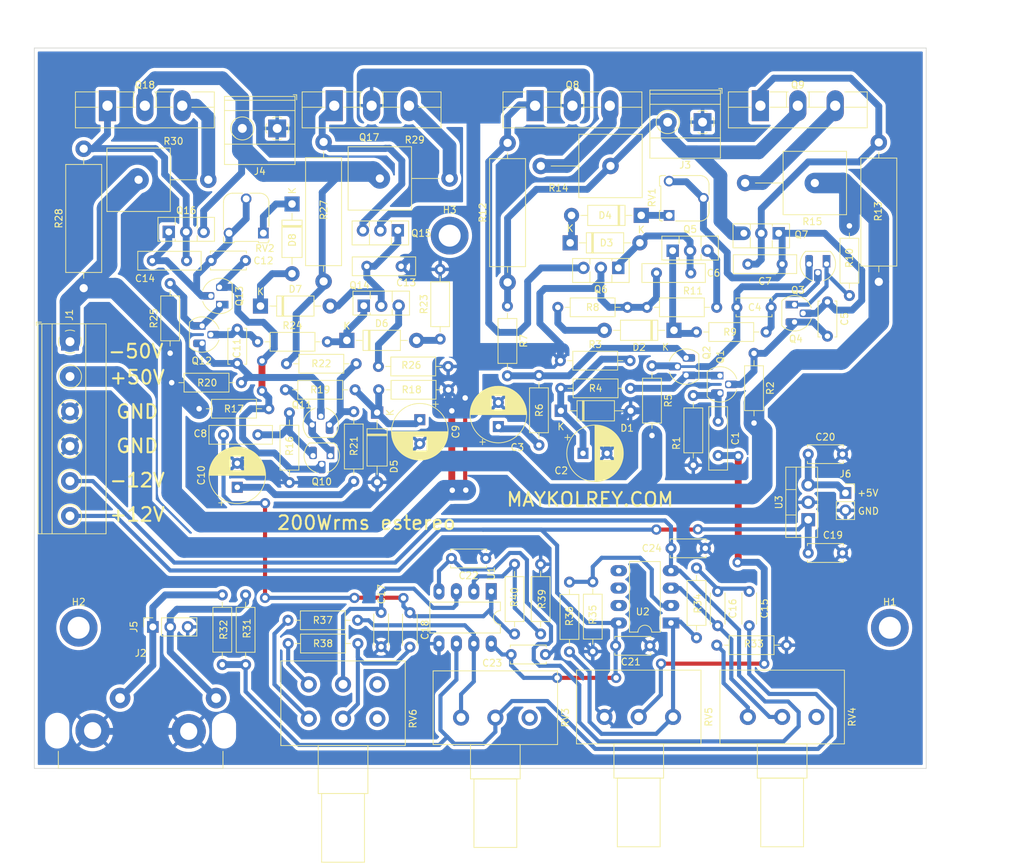
<source format=kicad_pcb>
(kicad_pcb (version 20211014) (generator pcbnew)
  (title_block (title "Amplificador 200W estereo") (date "2021-12-12") (rev "v0.0.1") (company "MAYKOLREY.COM"))
  (layers (0 "F.Cu" signal) (31 "B.Cu" signal) (34 "B.Paste" user) (35 "F.Paste" user) (36 "B.SilkS" user "B.Silkscreen") (37 "F.SilkS" user "F.Silkscreen") (38 "B.Mask" user) (39 "F.Mask" user) (44 "Edge.Cuts" user))
  (net 0 "")
  (net 1 "Net-(C1-Pad1)")
  (net 2 "/channel-a/IN_SIGNAL")
  (net 3 "Net-(C2-Pad1)")
  (net 4 "GND")
  (net 5 "Net-(C3-Pad1)")
  (net 6 "Net-(C4-Pad1)")
  (net 7 "Net-(C4-Pad2)")
  (net 8 "Net-(C5-Pad1)")
  (net 9 "Net-(C5-Pad2)")
  (net 10 "Net-(C6-Pad1)")
  (net 11 "50V")
  (net 12 "Net-(C7-Pad2)")
  (net 13 "Net-(C8-Pad1)")
  (net 14 "/channel-b/IN_SIGNAL")
  (net 15 "Net-(C9-Pad1)")
  (net 16 "Net-(C10-Pad1)")
  (net 17 "Net-(C11-Pad1)")
  (net 18 "Net-(C11-Pad2)")
  (net 19 "Net-(C12-Pad1)")
  (net 20 "Net-(C12-Pad2)")
  (net 21 "Net-(C13-Pad1)")
  (net 22 "Net-(C14-Pad2)")
  (net 23 "Net-(C15-Pad1)")
  (net 24 "/crossover/pasa-altas/IN")
  (net 25 "/crossover/pasa-altas/POT_P")
  (net 26 "Net-(C17-Pad2)")
  (net 27 "Net-(C18-Pad2)")
  (net 28 "Net-(D2-Pad1)")
  (net 29 "Net-(D2-Pad2)")
  (net 30 "Net-(D3-Pad1)")
  (net 31 "Net-(D4-Pad1)")
  (net 32 "Net-(D6-Pad1)")
  (net 33 "Net-(D6-Pad2)")
  (net 34 "Net-(D7-Pad1)")
  (net 35 "Net-(D8-Pad1)")
  (net 36 "-50V")
  (net 37 "/crossover/IN-L")
  (net 38 "/crossover/IN-R")
  (net 39 "/channel-a/OUT")
  (net 40 "/channel-b/OUT")
  (net 41 "Net-(Q1-Pad1)")
  (net 42 "Net-(Q2-Pad3)")
  (net 43 "Net-(Q3-Pad1)")
  (net 44 "Net-(Q5-Pad3)")
  (net 45 "Net-(Q6-Pad3)")
  (net 46 "Net-(Q8-Pad3)")
  (net 47 "Net-(Q9-Pad3)")
  (net 48 "Net-(Q10-Pad1)")
  (net 49 "Net-(Q11-Pad3)")
  (net 50 "Net-(Q12-Pad1)")
  (net 51 "Net-(Q14-Pad3)")
  (net 52 "Net-(Q15-Pad3)")
  (net 53 "Net-(Q17-Pad3)")
  (net 54 "Net-(Q18-Pad3)")
  (net 55 "/crossover/pasa-altas/POT_N")
  (net 56 "/crossover/pasa-altas/OUT")
  (net 57 "Net-(R35-Pad1)")
  (net 58 "Net-(R37-Pad1)")
  (net 59 "/crossover/pasa-bajas/IN_ALL")
  (net 60 "Net-(R38-Pad1)")
  (net 61 "Net-(R39-Pad1)")
  (net 64 "-12V")
  (net 65 "+12V")
  (net 67 "Net-(J6-Pad1)")
  (footprint "Resistor_THT:R_Axial_Power_L25.0mm_W9.0mm_P10.16mm_Vertical" (layer "F.Cu") (at 55.365 24.0125)
    (fp_text reference "R29")
    (fp_text value "0.33")
  )
  (footprint "Resistor_THT:R_Axial_DIN0516_L15.5mm_D5.0mm_P20.32mm_Horizontal" (layer "F.Cu") (at 128.0875 39.075 90)
    (fp_text reference "R13")
    (fp_text value "100")
  )
  (footprint "MountingHole:MountingHole_3.2mm_M3_ISO14580_Pad" (layer "F.Cu") (at 129.7 89.5)
    (fp_text reference "H1")
    (fp_text value "MountingHole")
  )
  (footprint "Package_DIP:DIP-8_W7.62mm_LongPads" (layer "F.Cu") (at 71.6 84.2 -90)
    (fp_text reference "U1")
    (fp_text value "TL082")
  )
  (footprint "Resistor_THT:R_Axial_DIN0207_L6.3mm_D2.5mm_P10.16mm_Horizontal" (layer "F.Cu") (at 109.9 49.5 -90)
    (fp_text reference "R2")
    (fp_text value "3.3K")
  )
  (footprint "Capacitor_THT:CP_Radial_D8.0mm_P3.50mm" (layer "F.Cu") (at 72.6375 60.175 90)
    (fp_text reference "C3")
    (fp_text value "100uF")
  )
  (footprint "Package_TO_SOT_THT:TO-264-3_Vertical" (layer "F.Cu") (at 110.8325 13.4125)
    (fp_text reference "Q9")
    (fp_text value "2SC5200")
  )
  (footprint "Resistor_THT:R_Axial_DIN0207_L6.3mm_D2.5mm_P10.16mm_Horizontal" (layer "F.Cu") (at 101.0525 55.645 -90)
    (fp_text reference "R1")
    (fp_text value "68K")
  )
  (footprint "Resistor_THT:R_Axial_DIN0207_L6.3mm_D2.5mm_P10.16mm_Horizontal" (layer "F.Cu") (at 78.8 90.4 90)
    (fp_text reference "R39")
    (fp_text value "4.7K")
  )
  (footprint "Capacitor_THT:C_Disc_D5.0mm_W2.5mm_P5.00mm" (layer "F.Cu") (at 107.4 42.8)
    (fp_text reference "C4")
    (fp_text value "10pF")
  )
  (footprint "Package_TO_SOT_THT:TO-92L_HandSolder" (layer "F.Cu") (at 115.8 42.4 -90)
    (fp_text reference "Q4")
    (fp_text value "2SC2229")
  )
  (footprint "Resistor_THT:R_Axial_DIN0207_L6.3mm_D2.5mm_P10.16mm_Horizontal" (layer "F.Cu") (at 104.47 92.04)
    (fp_text reference "R33")
    (fp_text value "1K")
  )
  (footprint "Resistor_THT:R_Axial_DIN0207_L6.3mm_D2.5mm_P10.16mm_Horizontal" (layer "F.Cu") (at 101.52 90.96 90)
    (fp_text reference "R34")
    (fp_text value "2K")
  )
  (footprint "Capacitor_THT:C_Disc_D4.3mm_W1.9mm_P5.00mm" (layer "F.Cu") (at 59.74 87.3 -90)
    (fp_text reference "C18")
    (fp_text value "47nF")
  )
  (footprint "Package_TO_SOT_THT:TO-92L_HandSolder" (layer "F.Cu") (at 100.0075 52.705 90)
    (fp_text reference "Q2")
    (fp_text value "A733")
  )
  (footprint "Diode_THT:D_DO-41_SOD81_P10.16mm_Horizontal" (layer "F.Cu") (at 83.1025 33.395)
    (fp_text reference "D3")
    (fp_text value "1N4007")
  )
  (footprint "Diode_THT:D_DO-41_SOD81_P10.16mm_Horizontal" (layer "F.Cu") (at 42.565 27.7325 -90)
    (fp_text reference "D8")
    (fp_text value "1N4007")
  )
  (footprint "Connector_PinSocket_2.54mm:PinSocket_1x03_P2.54mm_Vertical" (layer "F.Cu") (at 22.275 89.375 90)
    (property "Reference" "J5")
    (property "Value" "in_aux")
    (fp_text reference "J5")
    (fp_text value "in_aux")
  )
  (footprint "Diode_THT:D_DO-41_SOD81_P10.16mm_Horizontal" (layer "F.Cu") (at 98.2325 46.145 180)
    (fp_text reference "D2")
    (fp_text value "1N4007")
  )
  (footprint "Package_TO_SOT_THT:TO-126-3_Vertical" (layer "F.Cu") (at 57.9825 31.575 180)
    (fp_text reference "Q15")
    (fp_text value "BD136")
  )
  (footprint "Capacitor_THT:C_Disc_D5.0mm_W2.5mm_P5.00mm" (layer "F.Cu") (at 30.7825 35.975)
    (fp_text reference "C12")
    (fp_text value "10pF")
  )
  (footprint "Diode_THT:D_A-405_P10.16mm_Horizontal" (layer "F.Cu") (at 54.965 58.1325 -90)
    (fp_text reference "D5")
    (fp_text value "24V")
  )
  (footprint "Resistor_THT:R_Axial_Power_L25.0mm_W9.0mm_P10.16mm_Vertical" (layer "F.Cu") (at 88.9825 22.195 180)
    (fp_text reference "R14")
    (fp_text value "0.33")
  )
  (footprint "Capacitor_THT:C_Disc_D9.0mm_W2.5mm_P5.00mm" (layer "F.Cu") (at 104.6775 59.4 -90)
    (fp_text reference "C1")
    (fp_text value "0.47uF")
  )
  (footprint "Resistor_THT:R_Axial_DIN0207_L6.3mm_D2.5mm_P10.16mm_Horizontal" (layer "F.Cu") (at 42.1825 58.175 -90)
    (fp_text reference "R16")
    (fp_text value "68K")
  )
  (footprint "Resistor_THT:R_Axial_DIN0207_L6.3mm_D2.5mm_P10.16mm_Horizontal" (layer "F.Cu") (at 51.565 58.0025 -90)
    (fp_text reference "R21")
    (fp_text value "1K")
  )
  (footprint "Resistor_THT:R_Axial_DIN0207_L6.3mm_D2.5mm_P10.16mm_Horizontal" (layer "F.Cu") (at 111.6625 46.395 180)
    (fp_text reference "R9")
    (fp_text value "10K")
  )
  (footprint "TerminalBlock_Phoenix:TerminalBlock_Phoenix_MKDS-1,5-6-5.08_1x06_P5.08mm_Horizontal" (layer "F.Cu") (at 10.2 47.8 -90)
    (fp_text reference "J1")
    (fp_text value "Conn_01x03")
  )
  (footprint "Resistor_THT:R_Axial_DIN0207_L6.3mm_D2.5mm_P10.16mm_Horizontal" (layer "F.Cu") (at 65.355 54.8125 180)
    (fp_text reference "R18")
    (fp_text value "4.7K")
  )
  (footprint "Capacitor_THT:C_Disc_D5.0mm_W2.5mm_P5.00mm" (layer "F.Cu") (at 89.73 92.13)
    (fp_text reference "C21")
    (fp_text value "100nF")
  )
  (footprint "Capacitor_THT:C_Disc_D5.0mm_W2.5mm_P5.00mm" (layer "F.Cu") (at 74.5 93.4)
    (fp_text reference "C23")
    (fp_text value "100nF")
  )
  (footprint "Capacitor_THT:C_Disc_D5.0mm_W2.5mm_P5.00mm" (layer "F.Cu") (at 117.8 64.2)
    (fp_text reference "C20")
    (fp_text value "100nF")
  )
  (footprint "Diode_THT:D_DO-41_SOD81_P10.16mm_Horizontal" (layer "F.Cu") (at 37.965 42.6125)
    (fp_text reference "D7")
    (fp_text value "1N4007")
  )
  (footprint "Package_TO_SOT_THT:TO-92L_HandSolder" (layer "F.Cu") (at 29.4625 45.505 -90)
    (fp_text reference "Q12")
    (fp_text value "2SC2229")
  )
  (footprint "Resistor_THT:R_Axial_DIN0207_L6.3mm_D2.5mm_P10.16mm_Horizontal" (layer "F.Cu") (at 64.155 47.4225 90)
    (fp_text reference "R23")
    (fp_text value "150")
  )
  (footprint "Resistor_THT:R_Axial_DIN0207_L6.3mm_D2.5mm_P10.16mm_Horizontal" (layer "F.Cu") (at 42 91.8)
    (fp_text reference "R38")
    (fp_text value "10K")
  )
  (footprint "Package_TO_SOT_THT:TO-264-3_Vertical" (layer "F.Cu") (at 48.715 13.4125)
    (fp_text reference "Q17")
    (fp_text value "2SC5200")
  )
  (footprint "Resistor_THT:R_Axial_DIN0207_L6.3mm_D2.5mm_P10.16mm_Horizontal" (layer "F.Cu") (at 51.755 54.8125 180)
    (fp_text reference "R19")
    (fp_text value "33K")
  )
  (footprint "Package_TO_SOT_THT:TO-264-3_Vertical" (layer "F.Cu") (at 15.665 13.4125)
    (fp_text reference "Q18")
    (fp_text value "2SC5200")
  )
  (footprint "Diode_THT:D_DO-41_SOD81_P10.16mm_Horizontal" (layer "F.Cu") (at 93.4625 29.395 180)
    (fp_text reference "D4")
    (fp_text value "1N4007")
  )
  (footprint "Resistor_THT:R_Axial_DIN0207_L6.3mm_D2.5mm_P10.16mm_Horizontal" (layer "F.Cu") (at 83 93 90)
    (fp_text reference "R36")
    (fp_text value "10K")
  )
  (footprint "Resistor_THT:R_Axial_DIN0207_L6.3mm_D2.5mm_P10.16mm_Horizontal" (layer "F.Cu") (at 39.1825 57.575 180)
    (fp_text reference "R17")
    (fp_text value "3.3K")
  )
  (footprint "Capacitor_THT:C_Disc_D9.0mm_W2.5mm_P5.00mm" (layer "F.Cu") (at 100.6825 37.795 180)
    (fp_text reference "C6")
    (fp_text value "10nF")
  )
  (footprint "Connector_PinSocket_2.54mm:PinSocket_1x02_P2.54mm_Vertical" (layer "F.Cu") (at 123.225 69.85)
    (property "Reference" "J?")
    (property "Value" "out")
    (fp_text reference "J6")
    (fp_text value "out")
  )
  (footprint "Package_TO_SOT_THT:TO-220-3_Vertical" (layer "F.Cu") (at 117.8 73.7525 90)
    (property "Reference" "U3")
    (property "Value" "L7805")
    (fp_text reference "U3")
    (fp_text value "L7805")
  )
  (footprint "TerminalBlock_Phoenix:TerminalBlock_Phoenix_MKDS-1,5-2-5.08_1x02_P5.08mm_Horizontal" (layer "F.Cu") (at 40.4 16.7175 180)
    (fp_text reference "J4")
    (fp_text value "out")
  )
  (footprint "Potentiometer_THT:Potentiometer_Alps_RK163_Single_Horizontal" (layer "F.Cu") (at 67.2 102.6 -90)
    (fp_text reference "RV3")
    (fp_text value "47K")
  )
  (footprint "Diode_THT:D_DO-41_SOD81_P10.16mm_Horizontal" (layer "F.Cu") (at 50.555 47.6125)
    (fp_text reference "D6")
    (fp_text value "1N4007")
  )
  (footprint "Resistor_THT:R_Axial_DIN0207_L6.3mm_D2.5mm_P10.16mm_Horizontal" (layer "F.Cu") (at 86.4 82.8 -90)
    (fp_text reference "R35")
    (fp_text value "18K")
  )
  (footprint "Diode_THT:D_A-405_P10.16mm_Horizontal" (layer "F.Cu") (at 81.7525 57.875)
    (fp_text reference "D1")
    (fp_text value "24V")
  )
  (footprint "Resistor_THT:R_Axial_Power_L25.0mm_W9.0mm_P10.16mm_Vertical" (layer "F.Cu") (at 20.2 24.2)
    (fp_text reference "R30")
    (fp_text value "0.33")
  )
  (footprint "Resistor_THT:R_Axial_DIN0516_L15.5mm_D5.0mm_P20.32mm_Horizontal" (layer "F.Cu") (at 47.165 39.0125 90)
    (fp_text reference "R27")
    (fp_text value "100")
  )
  (footprint "Package_TO_SOT_THT:TO-264-3_Vertical" (layer "F.Cu") (at 77.9825 13.4125)
    (fp_text reference "Q8")
    (fp_text value "2SC5200")
  )
  (footprint "Resistor_THT:R_Axial_DIN0207_L6.3mm_D2.5mm_P10.16mm_Horizontal" (layer "F.Cu") (at 78.5525 52.72 -90)
    (fp_text reference "R6")
    (fp_text value "1K")
  )
  (footprint "Resistor_THT:R_Axial_DIN0207_L6.3mm_D2.5mm_P10.16mm_Horizontal" (layer "F.Cu") (at 41.755 51.0175)
    (fp_text reference "R22")
    (fp_text value "68K")
  )
  (footprint "Package_DIP:DIP-8_W7.62mm_LongPads" (layer "F.Cu") (at 97.8 88.8 180)
    (fp_text reference "U2")
    (fp_text value "TL082")
  )
  (footprint "Resistor_THT:R_Axial_DIN0207_L6.3mm_D2.5mm_P10.16mm_Horizontal" (layer "F.Cu") (at 75 90.4 90)
    (fp_text reference "R40")
    (fp_text value "2.7K")
  )
  (footprint "Resistor_THT:R_Axial_DIN0207_L6.3mm_D2.5mm_P10.16mm_Horizontal" (layer "F.Cu") (at 55.155 51.4125)
    (fp_text reference "R26")
    (fp_text value "150")
  )
  (footprint "Package_TO_SOT_THT:TO-92L_HandSolder" (layer "F.Cu") (at 48.165 64.4125 180)
    (fp_text reference "Q10")
    (fp_text value "A733")
  )
  (footprint "Package_TO_SOT_THT:TO-126-3_Vertical" (layer "F.Cu") (at 24.6 31.8)
    (fp_text reference "Q16")
    (fp_text value "BD139")
  )
  (footprint "Resistor_THT:R_Axial_DIN0516_L15.5mm_D5.0mm_P20.32mm_Horizontal" (layer "F.Cu") (at 12.2 40 90)
    (fp_text reference "R28")
    (fp_text value "100")
  )
  (footprint "Capacitor_THT:C_Disc_D5.0mm_W2.5mm_P5.00mm" (layer "F.Cu") (at 70.8 79.4 180)
    (fp_text reference "C22")
    (fp_text value "100nF")
  )
  (footprint "Package_TO_SOT_THT:TO-92L_HandSolder" (layer "F.Cu") (at 32 42.4 90)
    (fp_text reference "Q13")
    (fp_text value "2SC2229")
  )
  (footprint "Capacitor_THT:C_Disc_D5.0mm_W2.5mm_P5.00mm" (layer "F.Cu") (at 34.5825 50.975 90)
    (fp_text reference "C11")
    (fp_text value "10pF")
  )
  (footprint "Potentiometer_THT:Potentiometer_Alps_RK163_Dual_Horizontal" (layer "F.Cu") (at 45 102.75 -90)
    (fp_text reference "RV6")
    (fp_text value "100K")
  )
  (footprint "Resistor_THT:R_Axial_DIN0207_L6.3mm_D2.5mm_P10.16mm_Horizontal" (layer "F.Cu") (at 104.4625 42.795 180)
    (fp_text reference "R11")
    (fp_text value "150")
  )
  (footprint "Capacitor_THT:C_Disc_D4.3mm_W1.9mm_P5.00mm" (layer "F.Cu") (at 55.55 92.26 90)
    (fp_text reference "C17")
    (fp_text value "47nF")
  )
  (footprint "Capacitor_THT:C_Disc_D9.0mm_W2.5mm_P5.00mm" (layer "F.Cu") (at 37.5825 61.375 180)
    (fp_text reference "C8")
    (fp_text value "0.47uF")
  )
  (footprint "Package_TO_SOT_THT:TO-92L_HandSolder" (layer "F.Cu") (at 104.9325 52.755 -90)
    (fp_text reference "Q1")
    (fp_text value "A733")
  )
  (footprint "Package_TO_SOT_THT:TO-92L_HandSolder" (layer "F.Cu") (at 45.495 59.9325)
    (fp_text reference "Q11")
    (fp_text value "A733")
  )
  (footprint "MSS_Devices:Potentiometer_Runtron_RM-065_Vertical" (layer "F.Cu") (at 97.5275 29.4 90)
    (fp_text reference "RV1")
    (fp_text value "200")
  )
  (footprint "Resistor_THT:R_Axial_DIN0207_L6.3mm_D2.5mm_P10.16mm_Horizontal" (layer "F.Cu") (at 73.9575 42.615 -90)
    (fp_text reference "R7")
    (fp_text value "68K")
  )
  (footprint "Capacitor_THT:C_Disc_D9.0mm_W2.5mm_P5.00mm" (layer "F.Cu") (at 53.465 36.8125)
    (fp_text reference "C13")
    (fp_text value "10nF")
  )
  (footprint "Resistor_THT:R_Axial_DIN0207_L6.3mm_D2.5mm_P10.16mm_Horizontal" (layer "F.Cu") (at 37.555 47.8175)
    (fp_text reference "R24")
    (fp_text value "10K")
  )
  (footprint "Package_TO_SOT_THT:TO-126-3_Vertical" (layer "F.Cu") (at 90.1225 37.05 180)
    (fp_text reference "Q6")
    (fp_text value "BD136")
  )
  (footprint "Resistor_THT:R_Axial_DIN0516_L15.5mm_D5.0mm_P20.32mm_Horizontal" (layer "F.Cu") (at 73.9825 39.155 90)
    (fp_text reference "R12")
    (fp_text value "100")
  )
  (footprint "Resistor_THT:R_Axial_DIN0207_L6.3mm_D2.5mm_P10.16mm_Horizontal" (layer "F.Cu") (at 35.8 84.72 -90)
    (property "Reference" "R31")
    (property "Value" "22K")
    (fp_text reference "R31")
    (fp_text value "22K")
  )
  (footprint "MountingHole:MountingHole_3.2mm_M3_ISO14580_Pad" (layer "F.Cu") (at 11.46 89.5)
    (fp_text reference "H2")
    (fp_text value "MountingHole")
  )
  (footprint "Package_TO_SOT_THT:TO-126-3_Vertical" (layer "F.Cu") (at 113.5 32 180)
    (fp_text reference "Q7")
    (fp_text value "BD139")
  )
  (footprint "Resistor_THT:R_Axial_DIN0207_L6.3mm_D2.5mm_P10.16mm_Horizontal" (layer "F.Cu") (at 95.0275 51.32 -90)
    (fp_text reference "R5")
    (fp_text value "3.3K")
  )
  (footprint "Potentiometer_THT:Potentiometer_Alps_RK163_Single_Horizontal" (layer "F.Cu") (at 88.1 102.5 -90)
    (fp_text reference "RV5")
    (fp_text value "5k")
  )
  (footprint "Potentiometer_THT:Potentiometer_Alps_RK163_Single_Horizontal" (layer "F.Cu") (at 109 102.5 -90)
    (property "Reference" "RV4")
    (property "Value" "5k")
    (fp_text reference "RV4")
    (fp_text value "5k")
  )
  (footprint "Resistor_THT:R_Axial_DIN0207_L6.3mm_D2.5mm_P10.16mm_Horizontal" (layer "F.Cu") (at 81.7275 54.6)
    (fp_text reference "R4")
    (fp_text value "33K")
  )
  (footprint "Capacitor_THT:CP_Radial_D8.0mm_P3.50mm" (layer "F.Cu") (at 34.5825 69.027651 90)
    (fp_text reference "C10")
    (fp_text value "100uF")
  )
  (footprint "Capacitor_THT:C_Disc_D4.3mm_W1.9mm_P5.00mm" (layer "F.Cu") (at 104.6 89.2 90)
    (fp_text reference "C16")
    (fp_text value "47nF")
  )
  (footprint "Resistor_THT:R_Axial_DIN0207_L6.3mm_D2.5mm_P10.16mm_Horizontal" (layer "F.Cu") (at 41.97 88.41)
    (fp_text reference "R37")
    (fp_text value "10K")
  )
  (footprint "MountingHole:MountingHole_3.2mm_M3_ISO14580_Pad" (layer "F.Cu") (at 65.54 32.35)
    (fp_text reference "H3")
    (fp_text value "MountingHole")
  )
  (footprint "Capacitor_THT:C_Disc_D9.0mm_W2.5mm_P5.00mm" (layer "F.Cu") (at 114 36.5 180)
    (fp_text reference "C7")
    (fp_text value "10nF")
  )
  (footprint "Resistor_THT:R_Axial_DIN0207_L6.3mm_D2.5mm_P10.16mm_Horizontal" (layer "F.Cu") (at 35.1825 53.775 180)
    (fp_text reference "R20")
    (fp_text value "3.3K")
  )
  (footprint "Resistor_THT:R_Axial_Power_L25.0mm_W9.0mm_P10.16mm_Vertical" (layer "F.Cu") (at 118.7625 24.675 180)
    (fp_text reference "R15")
    (fp_text value "0.33")
  )
  (footprint "Resistor_THT:R_Axial_DIN0207_L6.3mm_D2.5mm_P10.16mm_Horizontal" (layer "F.Cu") (at 81.3025 42.795)
    (fp_text reference "R8")
    (fp_text value "150")
  )
  (footprint "Resistor_THT:R_Axial_DIN0207_L6.3mm_D2.5mm_P10.16mm_Horizontal" (layer "F.Cu") (at 24.8 49.48 90)
    (fp_text reference "R25")
    (fp_text value "150")
  )
  (footprint "MSS_Devices:Potentiometer_Runtron_RM-065_Vertical" (layer "F.Cu") (at 38.3825 31.975 180)
    (fp_text reference "RV2")
    (fp_text value "200")
  )
  (footprint "Package_TO_SOT_THT:TO-92L_HandSolder" (layer "F.Cu") (at 120.47 36.48 180)
    (fp_text reference "Q3")
    (fp_text value "2SC2229")
  )
  (footprint "MSS_Connector:CUI_RCJ-21XX" (layer "F.Cu") (at 20.5 104.5 180)
    (property "Reference" "J2")
    (property "Value" "input")
    (fp_text reference "J2")
    (fp_text value "input")
  )
  (footprint "Capacitor_THT:C_Disc_D5.0mm_W2.5mm_P5.00mm" (layer "F.Cu") (at 120.6 42 -90)
    (fp_text reference "C5")
    (fp_text value "10pF")
  )
  (footprint "Capacitor_THT:CP_Radial_D8.0mm_P3.50mm" (layer "F.Cu") (at 61.1825 59.175 -90)
    (fp_text reference "C9")
    (fp_text value "100uF")
  )
  (footprint "Package_TO_SOT_THT:TO-126-3_Vertical" (layer "F.Cu") (at 98.0425 34.54)
    (fp_text reference "Q5")
    (fp_text value "BD139")
  )
  (footprint "Capacitor_THT:C_Disc_D5.0mm_W2.5mm_P5.00mm" (layer "F.Cu") (at 117.8 78.6)
    (fp_text reference "C19")
    (fp_text value "0.33uF")
  )
  (footprint "Capacitor_THT:C_Disc_D9.0mm_W2.5mm_P5.00mm" (layer "F.Cu") (at 22.2 36)
    (fp_text reference "C14")
    (fp_text value "10nF")
  )
  (footprint "Resistor_THT:R_Axial_DIN0207_L6.3mm_D2.5mm_P10.16mm_Horizontal" (layer "F.Cu") (at 81.6775 50.575)
    (fp_text reference "R3")
    (fp_text value "4.7K")
  )
  (footprint "Capacitor_THT:C_Disc_D4.3mm_W1.9mm_P5.00mm" (layer "F.Cu") (at 109.2 84.2 -90)
    (fp_text reference "C15")
    (fp_text value "47nF")
  )
  (footprint "Resistor_THT:R_Axial_DIN0207_L6.3mm_D2.5mm_P10.16mm_Horizontal" (layer "F.Cu") (at 123.8 30.92 -90)
    (fp_text reference "R10")
    (fp_text value "150")
  )
  (footprint "Capacitor_THT:C_Disc_D5.0mm_W2.5mm_P5.00mm" (layer "F.Cu") (at 102.8 77.92 180)
    (fp_text reference "C24")
    (fp_text value "100nF")
  )
  (footprint "TerminalBlock_Phoenix:TerminalBlock_Phoenix_MKDS-1,5-2-5.08_1x02_P5.08mm_Horizontal" (layer "F.Cu") (at 102.4 15.8 180)
    (property "Reference" "J?")
    (property "Value" "out")
    (fp_text reference "J3")
    (fp_text value "out")
  )
  (footprint "Resistor_THT:R_Axial_DIN0207_L6.3mm_D2.5mm_P10.16mm_Horizontal" (layer "F.Cu") (at 32.4 84.71 -90)
    (fp_text reference "R32")
    (fp_text value "22K")
  )
  (footprint "Capacitor_THT:CP_Radial_D8.0mm_P3.50mm" (layer "F.Cu") (at 84.974849 64.075)
    (fp_text reference "C2")
    (fp_text value "100uF")
  )
  (footprint "Package_TO_SOT_THT:TO-126-3_Vertical" (layer "F.Cu") (at 53.025 42.5575)
    (fp_text reference "Q14")
    (fp_text value "BD139")
  )
  (gr_line (start 5 110) (end 5 5) (layer "Edge.Cuts") (width 0.1))
  (gr_line (start 135 5) (end 135 110) (layer "Edge.Cuts") (width 0.1))
  (gr_line (start 135 110) (end 5 110) (layer "Edge.Cuts") (width 0.1))
  (gr_line (start 5 5) (end 135 5) (layer "Edge.Cuts") (width 0.1))
  (gr_text "-12V" (at 20 68) (layer "F.SilkS") (effects (font (size 2 2) (thickness 0.3))))
  (gr_text "MAYKOLREY.COM" (at 86 70.8) (layer "F.SilkS") (effects (font (size 2 2) (thickness 0.3))))
  (gr_text "-50V" (at 19.8 49.2) (layer "F.SilkS") (effects (font (size 2 2) (thickness 0.3))))
  (gr_text "+5V" (at 126.5 69.85) (layer "F.SilkS") (effects (font (size 1 1))))
  (gr_text "GND" (at 126.575 72.5) (layer "F.SilkS") (effects (font (size 1 1))))
  (gr_text "+12V" (at 20 73) (layer "F.SilkS") (effects (font (size 2 2) (thickness 0.3))))
  (gr_text "+50V" (at 20 53) (layer "F.SilkS") (effects (font (size 2 2) (thickness 0.3))))
  (gr_text "GND" (at 20 63) (layer "F.SilkS") (effects (font (size 2 2) (thickness 0.3))))
  (gr_text "GND" (at 20 58) (layer "F.SilkS") (effects (font (size 2 2) (thickness 0.3))))
  (gr_text "200Wrms estereo" (at 53.4 74.2) (layer "F.SilkS") (effects (font (size 2 2) (thickness 0.3))))
  (segment (start 101.0525 55.645) (end 104.5825 55.645) (width 1) (layer "B.Cu") (net 1))
  (segment (start 104.6775 55.55) (end 104.9325 55.295) (width 1) (layer "B.Cu") (net 1))
  (segment (start 104.6775 59.4) (end 104.6775 55.55) (width 1) (layer "B.Cu") (net 1))
  (segment (start 104.5825 55.645) (end 104.9325 55.295) (width 1) (layer "B.Cu") (net 1))
  (segment (start 96.35 94.73) (end 111.38 94.73) (width 0.6) (layer "F.Cu") (net 2))
  (segment (start 107.6 79.87) (end 107.51 79.96) (width 1) (layer "F.Cu") (net 2))
  (segment (start 111.38 94.73) (end 111.39 94.74) (width 0.6) (layer "F.Cu") (net 2))
  (segment (start 107.6 64.47) (end 107.6 79.87) (width 1) (layer "F.Cu") (net 2))
  (via (at 96.35 94.73) (size 1.5) (drill 0.8) (layers "F.Cu" "B.Cu") (net 2))
  (via (at 107.51 79.96) (size 1.5) (drill 0.8) (layers "F.Cu" "B.Cu") (net 2))
  (via (at 107.6 64.47) (size 1.5) (drill 0.8) (layers "F.Cu" "B.Cu") (net 2))
  (via (at 111.39 94.74) (size 1.5) (drill 0.8) (layers "F.Cu" "B.Cu") (net 2))
  (segment (start 104.6775 64.4) (end 107.53 64.4) (width 1) (layer "B.Cu") (net 2))
  (segment (start 107.51 79.96) (end 110.44 79.96) (width 1) (layer "B.Cu") (net 2))
  (segment (start 96.32 99.28) (end 96.32 94.78) (width 0.6) (layer "B.Cu") (net 2))
  (segment (start 111.39 80.91) (end 111.39 94.74) (width 1) (layer "B.Cu") (net 2))
  (segment (start 93.1 102.5) (end 96.32 99.28) (width 0.6) (layer "B.Cu") (net 2))
  (segment (start 110.44 79.96) (end 111.39 80.91) (width 1) (layer "B.Cu") (net 2))
  (segment (start 107.53 64.4) (end 107.6 64.47) (width 1) (layer "B.Cu") (net 2))
  (segment (start 81.7275 54.6) (end 83.4525 54.6) (width 1) (layer "B.Cu") (net 3))
  (segment (start 83.4525 54.6) (end 87.7025 50.35) (width 1) (layer "B.Cu") (net 3))
  (segment (start 91.6125 50.35) (end 91.8375 50.575) (width 1) (layer "B.Cu") (net 3))
  (segment (start 81.7275 57.85) (end 81.7525 57.875) (width 1) (layer "B.Cu") (net 3))
  (segment (start 87.7025 50.35) (end 91.6125 50.35) (width 1) (layer "B.Cu") (net 3))
  (segment (start 81.7275 54.6) (end 81.7275 57.85) (width 1) (layer "B.Cu") (net 3))
  (segment (start 84.974849 61.097349) (end 84.974849 64.075) (width 1) (layer "B.Cu") (net 3))
  (segment (start 81.7525 57.875) (end 84.974849 61.097349) (width 1) (layer "B.Cu") (net 3))
  (segment (start 101.0525 60.645) (end 98.2825 57.875) (width 1) (layer "B.Cu") (net 4))
  (segment (start 39.375151 65.527651) (end 42.1825 68.335) (width 1) (layer "B.Cu") (net 4))
  (segment (start 82.38 91.08) (end 84.52 91.08) (width 0.6) (layer "B.Cu") (net 4))
  (segment (start 34.5825 65.527651) (end 39.375151 65.527651) (width 1) (layer "B.Cu") (net 4))
  (segment (start 80.06 93.4) (end 82.38 91.08) (width 0.6) (layer "B.Cu") (net 4))
  (segment (start 84.52 91.08) (end 86.4 92.96) (width 0.6) (layer "B.Cu") (net 4))
  (segment (start 98.2825 57.875) (end 91.9125 57.875) (width 1) (layer "B.Cu") (net 4))
  (segment (start 101.0525 63.615) (end 101.0525 60.645) (width 1) (layer "B.Cu") (net 4))
  (segment (start 27.5 104.6) (end 13.6 104.6) (width 1) (layer "B.Cu") (net 4))
  (segment (start 79.5 93.4) (end 80.06 93.4) (width 0.6) (layer "B.Cu") (net 4))
  (segment (start 101.0525 63.615) (end 101.0525 65.805) (width 1) (layer "B.Cu") (net 4))
  (segment (start 13.6 104.6) (end 13.5 104.5) (width 1) (layer "B.Cu") (net 4))
  (segment (start 88.474849 64.075) (end 88.474849 61.312651) (width 1) (layer "B.Cu") (net 4))
  (segment (start 88.474849 61.312651) (end 91.9125 57.875) (width 1) (layer "B.Cu") (net 4))
  (segment (start 54.965 68.7925) (end 54.965 68.2925) (width 1) (layer "B.Cu") (net 4))
  (segment (start 76.175151 60.502651) (end 72.965151 60.502651) (width 1) (layer "B.Cu") (net 5))
  (segment (start 78.5525 62.88) (end 76.175151 60.502651) (width 1) (layer "B.Cu") (net 5))
  (segment (start 72.965151 60.502651) (end 72.6375 60.175) (width 1) (layer "B.Cu") (net 5))
  (segment (start 107.4 40.6) (end 108.2 39.8) (width 1) (layer "B.Cu") (net 6))
  (segment (start 107.4 42.8) (end 107.4 47.6) (width 1) (layer "B.Cu") (net 6))
  (segment (start 116.8 39.8) (end 117.93 38.67) (width 1) (layer "B.Cu") (net 6))
  (segment (start 108.2 39.8) (end 116.8 39.8) (width 1) (layer "B.Cu") (net 6))
  (segment (start 117.93 38.67) (end 117.93 36.48) (width 1) (layer "B.Cu") (net 6))
  (segment (start 98.6225 51.32) (end 98.7375 51.435) (width 1) (layer "B.Cu") (net 6))
  (segment (start 95.0275 51.32) (end 98.6225 51.32) (width 1) (layer "B.Cu") (net 6))
  (segment (start 98.7375 51.435) (end 101.835 51.435) (width 0.4) (layer "B.Cu") (net 6))
  (segment (start 103.565 51.435) (end 101.835 51.435) (width 1) (layer "B.Cu") (net 6))
  (segment (start 107.4 47.6) (end 103.565 51.435) (width 1) (layer "B.Cu") (net 6))
  (segment (start 107.4 42.8) (end 107.4 40.6) (width 1) (layer "B.Cu") (net 6))
  (segment (start 112.4 41.8) (end 112.4 42.8) (width 0.6) (layer "B.Cu") (net 7))
  (segment (start 119.2 37.75) (end 119.2 39.2) (width 0.6) (layer "B.Cu") (net 7))
  (segment (start 113.2 41) (end 112.4 41.8) (width 0.6) (layer "B.Cu") (net 7))
  (segment (start 111.6625 46.395) (end 112.4 45.6575) (width 1) (layer "B.Cu") (net 7))
  (segment (start 119.2 39.2) (end 117.4 41) (width 0.6) (layer "B.Cu") (net 7))
  (segment (start 112.4 45.6575) (end 112.4 42.8) (width 1) (layer "B.Cu") (net 7))
  (segment (start 117.4 41) (end 113.2 41) (width 0.6) (layer "B.Cu") (net 7))
  (segment (start 117.07 43.67) (end 118.93 43.67) (width 1) (layer "B.Cu") (net 8))
  (segment (start 120.2 32) (end 113.5 32) (width 1) (layer "B.Cu") (net 8))
  (segment (start 124.2 43.2) (end 125.6 41.8) (width 1) (layer "B.Cu") (net 8))
  (segment (start 114 36.5) (end 114 37.8) (width 1) (layer "B.Cu") (net 8))
  (segment (start 113.3 38.5) (end 106.7 38.5) (width 1) (layer "B.Cu") (net 8))
  (segment (start 118.93 43.67) (end 120.6 42) (width 1) (layer "B.Cu") (net 8))
  (segment (start 114 37.8) (end 113.3 38.5) (width 1) (layer "B.Cu") (net 8))
  (segment (start 121.8 43.2) (end 124.2 43.2) (width 1) (layer "B.Cu") (net 8))
  (segment (start 125.6 41.8) (end 125.6 37.4) (width 1) (layer "B.Cu") (net 8))
  (segment (start 106 37.8) (end 106 34.8) (width 1) (layer "B.Cu") (net 8))
  (segment (start 125.6 37.4) (end 120.2 32) (width 1) (layer "B.Cu") (net 8))
  (segment (start 114 36.5) (end 114 32.5) (width 1) (layer "B.Cu") (net 8))
  (segment (start 106.7 38.5) (end 106 37.8) (width 1) (layer "B.Cu") (net 8))
  (segment (start 106 34.8) (end 102.5325 31.3325) (width 1) (layer "B.Cu") (net 8))
  (segment (start 120.6 42) (end 121.8 43.2) (width 1) (layer "B.Cu") (net 8))
  (segment (start 102.5325 26.995) (end 100.0325 24.495) (width 1) (layer "B.Cu") (net 8))
  (segment (start 114 32.5) (end 113.5 32) (width 1) (layer "B.Cu") (net 8))
  (segment (start 100.0325 24.495) (end 97.5325 24.495) (width 1) (layer "B.Cu") (net 8))
  (segment (start 102.5325 31.3325) (end 102.5325 26.995) (width 1) (layer "B.Cu") (net 8))
  (segment (start 109.9 49.5) (end 111.5 49.5) (width 1) (layer "B.Cu") (net 9))
  (segment (start 115.8 45.2) (end 115.8 44.94) (width 1) (layer "B.Cu") (net 9))
  (segment (start 120.6 47) (end 118.54 44.94) (width 1) (layer "B.Cu") (net 9))
  (segment (start 109.9 52.1) (end 109.9 49.5) (width 1) (layer "B.Cu") (net 9))
  (segment (start 106.2025 54.025) (end 107.975 54.025) (width 1) (layer "B.Cu") (net 9))
  (segment (start 111.5 49.5) (end 115.8 45.2) (width 1) (layer "B.Cu") (net 9))
  (segment (start 118.54 44.94) (end 115.8 44.94) (width 1) (layer "B.Cu") (net 9))
  (segment (start 107.975 54.025) (end 109.9 52.1) (width 1) (layer "B.Cu") (net 9))
  (segment (start 100.5825 33.195) (end 99.7825 32.395) (width 1) (layer "B.Cu") (net 10))
  (segment (start 100.5825 34.54) (end 100.5825 37.695) (width 1) (layer "B.Cu") (net 10))
  (segment (start 100.5825 37.695) (end 100.6825 37.795) (width 1) (layer "B.Cu") (net 10))
  (segment (start 90.1225 36.535) (end 93.2625 33.395) (width 1) (layer "B.Cu") (net 10))
  (segment (start 90.1225 37.05) (end 90.1225 36.535) (width 1) (layer "B.Cu") (net 10))
  (segment (start 99.7825 32.395) (end 94.2625 32.395) (width 1) (layer "B.Cu") (net 10))
  (segment (start 94.2625 32.395) (end 93.2625 33.395) (width 1) (layer "B.Cu") (net 10))
  (segment (start 100.5825 34.54) (end 100.5825 33.195) (width 1) (layer "B.Cu") (net 10))
  (segment (start 67.8 56) (end 67.8 69.35) (width 0.6) (layer "F.Cu") (net 11))
  (segment (start 65.85 57.88) (end 65.85 69.39) (width 1) (layer "F.Cu") (net 11))
  (segment (start 67.8 69.35) (end 67.89 69.44) (width 0.6) (layer "F.Cu") (net 11))
  (segment (start 65.85 69.39) (end 65.92 69.46) (width 1) (layer "F.Cu") (net 11))
  (via (at 67.89 69.44) (size 1.5) (drill 0.8) (layers "F.Cu" "B.Cu") (net 11))
  (via (at 65.85 57.88) (size 1.5) (drill 0.8) (layers "F.Cu" "B.Cu") (net 11))
  (via (at 65.92 69.46) (size 1.5) (drill 0.8) (layers "F.Cu" "B.Cu") (net 11))
  (via (at 67.8 56) (size 1.5) (drill 0.8) (layers "F.Cu" "B.Cu") (net 11))
  (segment (start 94.3025 42.795) (end 91.4625 42.795) (width 1) (layer "B.Cu") (net 11))
  (segment (start 60.9825 34.295) (end 60.9825 29.975) (width 1) (layer "B.Cu") (net 11))
  (segment (start 88.795 42.795) (end 91.4625 42.795) (width 1) (layer "B.Cu") (net 11))
  (segment (start 81.6775 48.14) (end 78.6825 45.145) (width 1) (layer "B.Cu") (net 11))
  (segment (start 20.69 56.55) (end 20.69 71.64) (width 3) (layer "B.Cu") (net 11))
  (segment (start 79.4075 40.045) (end 86.4525 40.045) (width 1) (layer "B.Cu") (net 11))
  (segment (start 64.84 69.46) (end 65.92 69.46) (width 3) (layer "B.Cu") (net 11))
  (segment (start 86.4525 40.045) (end 87.5825 38.915) (width 1) (layer "B.Cu") (net 11))
  (segment (start 60.9825 29.975) (end 60.1825 29.175) (width 1) (layer "B.Cu") (net 11))
  (segment (start 55.4425 30.515) (end 55.4425 31.575) (width 1) (layer "B.Cu") (net 11))
  (segment (start 20.69 71.64) (end 26.85 77.8) (width 3) (layer "B.Cu") (net 11))
  (segment (start 60.1825 29.175) (end 56.7825 29.175) (width 1) (layer "B.Cu") (net 11))
  (segment (start 78.6825 45.145) (end 78.6825 40.77) (width 1) (layer "B.Cu") (net 11))
  (segment (start 65.92 69.46) (end 65.94 69.44) (width 3) (layer "B.Cu") (net 11))
  (segment (start 87.5825 37.05) (end 87.5825 38.915) (width 1) (layer "B.Cu") (net 11))
  (segment (start 87.5825 41.5825) (end 88.795 42.795) (width 1) (layer "B.Cu") (net 11))
  (segment (start 65.355 54.8125) (end 65.355 57.385) (width 1) (layer "B.Cu") (net 11))
  (segment (start 65.94 69.44) (end 67.89 69.44) (width 3) (layer "B.Cu") (net 11))
  (segment (start 58.465 36.8125) (end 60.9825 34.295) (width 1) (layer "B.Cu") (net 11))
  (segment (start 83.4325 13.28) (end 84.0875 13.28) (width 1) (layer "B.Cu") (net 11))
  (segment (start 87.5825 38.915) (end 87.5825 41.5825) (width 1) (layer "B.Cu") (net 11))
  (segment (start 84.0875 13.28) (end 84.1825 13.375) (width 1) (layer "B.Cu") (net 11))
  (segment (start 65.355 57.385) (end 65.85 57.88) (width 1) (layer "B.Cu") (net 11))
  (segment (start 95.6825 37.795) (end 95.6825 41.415) (width 1) (layer "B.Cu") (net 11))
  (segment (start 78.6825 40.77) (end 79.4075 40.045) (width 1) (layer "B.Cu") (net 11))
  (segment (start 81.6775 50.575) (end 81.6775 48.14) (width 1) (layer "B.Cu") (net 11))
  (segment (start 56.7825 29.175) (end 55.4425 30.515) (width 1) (layer "B.Cu") (net 11))
  (segment (start 95.6825 41.415) (end 94.3025 42.795) (width 1) (layer "B.Cu") (net 11))
  (segment (start 10.2 52.88) (end 17.02 52.88) (width 3) (layer "B.Cu") (net 11))
  (segment (start 56.5 77.8) (end 64.84 69.46) (width 3) (layer "B.Cu") (net 11))
  (segment (start 17.02 52.88) (end 20.69 56.55) (width 3) (layer "B.Cu") (net 11))
  (segment (start 26.85 77.8) (end 56.5 77.8) (width 3) (layer "B.Cu") (net 11))
  (segment (start 110.3 36.5) (end 110.96 35.84) (width 1) (layer "B.Cu") (net 12))
  (segment (start 110.96 32) (end 110.96 28.44) (width 1) (layer "B.Cu") (net 12))
  (segment (start 110.8325 11.345) (end 110.8325 13.305) (width 1) (layer "B.Cu") (net 12))
  (segment (start 110.96 35.84) (end 110.96 32) (width 1) (layer "B.Cu") (net 12))
  (segment (start 128.0875 18.755) (end 128.0875 13.4875) (width 1) (layer "B.Cu") (net 12))
  (segment (start 117.8 21.6) (end 125.2425 21.6) (width 1) (layer "B.Cu") (net 12))
  (segment (start 109 36.5) (end 110.3 36.5) (width 1) (layer "B.Cu") (net 12))
  (segment (start 124 9.4) (end 112.7775 9.4) (width 1) (layer "B.Cu") (net 12))
  (segment (start 128.0875 13.4875) (end 124 9.4) (width 1) (layer "B.Cu") (net 12))
  (segment (start 112.7775 9.4) (end 110.8325 11.345) (width 1) (layer "B.Cu") (net 12))
  (segment (start 125.2425 21.6) (end 128.0875 18.755) (width 1) (layer "B.Cu") (net 12))
  (segment (start 110.96 28.44) (end 117.8 21.6) (width 1) (layer "B.Cu") (net 12))
  (segment (start 42.1825 60.97) (end 42.1825 58.175) (width 1) (layer "B.Cu") (net 13))
  (segment (start 45.625 64.4125) (end 42.1825 60.97) (width 1) (layer "B.Cu") (net 13))
  (segment (start 42.1825 60.175) (end 42.1825 58.175) (width 1) (layer "B.Cu") (net 13))
  (segment (start 37.5825 61.375) (end 40.9825 61.375) (width 1) (layer "B.Cu") (net 13))
  (segment (start 40.9825 61.375) (end 42.1825 60.175) (width 1) (layer "B.Cu") (net 13))
  (segment (start 51.66 85.15) (end 51.69 85.12) (width 0.6) (layer "F.Cu") (net 14))
  (segment (start 51.69 85.12) (end 58.7405 85.12) (width 0.6) (layer "F.Cu") (net 14))
  (segment (start 38.63 71.340011) (end 38.63 85.14) (width 0.6) (layer "F.Cu") (net 14))
  (segment (start 58.7405 85.12) (end 58.8 85.1795) (width 0.6) (layer "F.Cu") (net 14))
  (via (at 38.63 71.340011) (size 1.5) (drill 0.8) (layers "F.Cu" "B.Cu") (net 14))
  (via (at 51.66 85.15) (size 1.5) (drill 0.8) (layers "F.Cu" "B.Cu") (net 14))
  (via (at 58.8 85.1795) (size 1.5) (drill 0.8) (layers "F.Cu" "B.Cu") (net 14))
  (via (at 38.63 85.14) (size 1.5) (drill 0.8) (layers "F.Cu" "B.Cu") (net 14))
  (segment (start 32.5825 70.226673) (end 33.695838 71.340011) (width 0.6) (layer "B.Cu") (net 14))
  (segment (start 59.74 87.3) (end 59.79 87.3) (width 0.6) (layer "B.Cu") (net 14))
  (segment (start 71.6 87.5) (end 74.5 90.4) (width 0.6) (layer "B.Cu") (net 14))
  (segment (start 71.6 84.2) (end 71.6 87.5) (width 0.6) (layer "B.Cu") (net 14))
  (segment (start 60.31 87.82) (end 70.46 87.82) (width 0.6) (layer "B.Cu") (net 14))
  (segment (start 51.66 85.15) (end 51.65 85.14) (width 0.6) (layer "B.Cu") (net 14))
  (segment (start 59.74 87.3) (end 58.8 86.36) (width 0.6) (layer "B.Cu") (net 14))
  (segment (start 58.8 86.36) (end 58.8 85.1795) (width 0.6) (layer "B.Cu") (net 14))
  (segment (start 32.5825 61.375) (end 32.5825 70.226673) (width 0.6) (layer "B.Cu") (net 14))
  (segment (start 70.46 87.82) (end 71.6 86.68) (width 0.6) (layer "B.Cu") (net 14))
  (segment (start 74.5 90.4) (end 75 90.4) (width 0.6) (layer "B.Cu") (net 14))
  (segment (start 71.6 86.68) (end 71.6 84.2) (width 0.6) (layer "B.Cu") (net 14))
  (segment (start 33.695838 71.340011) (end 38.63 71.340011) (width 0.6) (layer "B.Cu") (net 14))
  (segment (start 59.79 87.3) (end 60.31 87.82) (width 0.6) (layer "B.Cu") (net 14))
  (segment (start 51.65 85.14) (end 38.63 85.14) (width 0.6) (layer "B.Cu") (net 14))
  (segment (start 54.965 58.0225) (end 54.965 58.1325) (width 1) (layer "B.Cu") (net 15))
  (segment (start 60.597651 59.759849) (end 56.592349 59.759849) (width 1) (layer "B.Cu") (net 15))
  (segment (start 51.755 54.8125) (end 54.965 58.0225) (width 1) (layer "B.Cu") (net 15))
  (segment (start 61.1825 59.175) (end 60.597651 59.759849) (width 1) (layer "B.Cu") (net 15))
  (segment (start 55.195 57.9025) (end 54.965 58.1325) (width 1) (layer "B.Cu") (net 15))
  (segment (start 55.195 54.8125) (end 55.195 57.9025) (width 1) (layer "B.Cu") (net 15))
  (segment (start 56.592349 59.759849) (end 54.965 58.1325) (width 1) (layer "B.Cu") (net 15))
  (segment (start 34.5825 69.027651) (end 39.027651 69.027651) (width 1) (layer "B.Cu") (net 16))
  (segment (start 40.1 70.1) (end 49.6275 70.1) (width 1) (layer "B.Cu") (net 16))
  (segment (start 49.6275 70.1) (end 51.565 68.1625) (width 1) (layer "B.Cu") (net 16))
  (segment (start 39.027651 69.027651) (end 40.1 70.1) (width 1) (layer "B.Cu") (net 16))
  (segment (start 46.765 54.277606) (end 45.499405 53.012011) (width 1) (layer "B.Cu") (net 17))
  (segment (start 29.4625 49.255) (end 31.1825 50.975) (width 1) (layer "B.Cu") (net 17))
  (segment (start 45.499405 53.012011) (end 43.364511 53.012011) (width 1) (layer "B.Cu") (net 17))
  (segment (start 36.619511 53.012011) (end 34.5825 50.975) (width 1) (layer "B.Cu") (net 17))
  (segment (start 46.765 58.6625) (end 46.765 54.277606) (width 1) (layer "B.Cu") (net 17))
  (segment (start 35.945489 53.012011) (end 43.364511 53.012011) (width 1) (layer "B.Cu") (net 17))
  (segment (start 43.364511 53.012011) (end 36.619511 53.012011) (width 1) (layer "B.Cu") (net 17))
  (segment (start 35.1825 53.775) (end 35.945489 53.012011) (width 1) (layer "B.Cu") (net 17))
  (segment (start 29.4625 48.045) (end 29.4625 49.255) (width 1) (layer "B.Cu") (net 17))
  (segment (start 31.1825 50.975) (end 34.5825 50.975) (width 1) (layer "B.Cu") (net 17))
  (segment (start 35.3825 46.775) (end 36.5125 46.775) (width 1) (layer "B.Cu") (net 18))
  (segment (start 33.7825 46.775) (end 34.5825 45.975) (width 1) (layer "B.Cu") (net 18))
  (segment (start 34.5825 45.975) (end 35.3825 46.775) (width 1) (layer "B.Cu") (net 18))
  (segment (start 30.7325 46.775) (end 33.7825 46.775) (width 1) (layer "B.Cu") (net 18))
  (segment (start 36.5125 46.775) (end 37.555 47.8175) (width 1) (layer "B.Cu") (net 18))
  (segment (start 33.295 32.4625) (end 35.8825 29.875) (width 1) (layer "B.Cu") (net 19))
  (segment (start 24.2575 36) (end 29.3875 41.13) (width 1) (layer "B.Cu") (net 19))
  (segment (start 24.6 31.8) (end 24.6 33.6) (width 1) (layer "B.Cu") (net 19))
  (segment (start 30.7825 35.975) (end 28.665 38.0925) (width 1) (layer "B.Cu") (net 19))
  (segment (start 28.665 38.0925) (end 28.665 40.4075) (width 1) (layer "B.Cu") (net 19))
  (segment (start 28.665 40.4075) (end 29.3875 41.13) (width 1) (layer "B.Cu") (net 19))
  (segment (start 22.2 36) (end 24.2575 36) (width 1) (layer "B.Cu") (net 19))
  (segment (start 35.8825 29.875) (end 35.8825 26.975) (width 1) (layer "B.Cu") (net 19))
  (segment (start 33.3825 33.345) (end 33.3825 31.975) (width 1) (layer "B.Cu") (net 19))
  (segment (start 24.6 33.6) (end 22.2 36) (width 1) (layer "B.Cu") (net 19))
  (segment (start 30.7825 35.945) (end 33.3825 33.345) (width 1) (layer "B.Cu") (net 19))
  (segment (start 30.7825 35.975) (end 30.7825 35.945) (width 1) (layer "B.Cu") (net 19))
  (segment (start 29.3875 41.13) (end 30.73 41.13) (width 1) (layer "B.Cu") (net 19))
  (segment (start 38.1825 54.975) (end 38.1825 50.6175) (width 1) (layer "F.Cu") (net 20))
  (segment (start 38.1825 50.6175) (end 38.2 50.6) (width 1) (layer "F.Cu") (net 20))
  (via (at 38.1825 54.975) (size 1.5) (drill 0.8) (layers "F.Cu" "B.Cu") (net 20))
  (via (at 38.2 50.6) (size 1.5) (drill 0.8) (layers "F.Cu" "B.Cu") (net 20))
  (segment (start 46.895 65.6825) (end 46.2025 66.375) (width 1) (layer "B.Cu") (net 20))
  (segment (start 39.996268 64.02814) (end 37.556268 64.02814) (width 1) (layer "B.Cu") (net 20))
  (segment (start 34.655 40.655) (end 34.655 43.4475) (width 1) (layer "B.Cu") (net 20))
  (segment (start 42.343128 66.375) (end 39.996268 64.02814) (width 1) (layer "B.Cu") (net 20))
  (segment (start 39.1825 55.975) (end 38.1825 54.975) (width 1) (layer "B.Cu") (net 20))
  (segment (start 37.556268 64.02814) (end 35.365 61.836872) (width 1) (layer "B.Cu") (net 20))
  (segment (start 36.1825 44.975) (end 38.3825 44.975) (width 1) (layer "B.Cu") (net 20))
  (segment (start 34.655 43.4475) (end 36.1825 44.975) (width 1) (layer "B.Cu") (net 20))
  (segment (start 39.9825 46.575) (end 39.9825 48.8175) (width 1) (layer "B.Cu") (net 20))
  (segment (start 32 39.86) (end 33.86 39.86) (width 1) (layer "B.Cu") (net 20))
  (segment (start 36.5825 57.575) (end 39.1825 57.575) (width 1) (layer "B.Cu") (net 20))
  (segment (start 32 39.86) (end 32 39.7575) (width 1) (layer "B.Cu") (net 20))
  (segment (start 39.1825 57.575) (end 39.1825 55.975) (width 1) (layer "B.Cu") (net 20))
  (segment (start 46.2025 66.375) (end 42.343128 66.375) (width 1) (layer "B.Cu") (net 20))
  (segment (start 39.9825 48.8175) (end 38.2 50.6) (width 1) (layer "B.Cu") (net 20))
  (segment (start 38.3825 44.975) (end 39.9825 46.575) (width 1) (layer "B.Cu") (net 20))
  (segment (start 35.365 61.836872) (end 35.365 58.7925) (width 1) (layer "B.Cu") (net 20))
  (segment (start 35.365 58.7925) (end 36.5825 57.575) (width 1) (layer "B.Cu") (net 20))
  (segment (start 32 39.7575) (end 35.7825 35.975) (width 1) (layer "B.Cu") (net 20))
  (segment (start 33.86 39.86) (end 34.655 40.655) (width 1) (layer "B.Cu") (net 20))
  (segment (start 57.9825 33.395) (end 57.9825 31.575) (width 1) (layer "B.Cu") (net 21))
  (segment (start 53.465 38.4125) (end 53.465 36.8125) (width 1) (layer "B.Cu") (net 21))
  (segment (start 49.245 42.6125) (end 51.345 40.5125) (width 1) (layer "B.Cu") (net 21))
  (segment (start 54.565 36.8125) (end 57.9825 33.395) (width 1) (layer "B.Cu") (net 21))
  (segment (start 55.565 42.5575) (end 55.565 40.5125) (width 1) (layer "B.Cu") (net 21))
  (segment (start 55.565 40.5125) (end 53.465 38.4125) (width 1) (layer "B.Cu") (net 21))
  (segment (start 53.465 36.8125) (end 54.565 36.8125) (width 1) (layer "B.Cu") (net 21))
  (segment (start 51.345 40.5125) (end 55.565 40.5125) (width 1) (layer "B.Cu") (net 21))
  (segment (start 48.125 42.6125) (end 49.245 42.6125) (width 1) (layer "B.Cu") (net 21))
  (segment (start 12.2275 19.6525) (end 12.2 19.68) (width 1) (layer "B.Cu") (net 22))
  (segment (start 24 21) (end 22.6525 19.6525) (width 1) (layer "B.Cu") (net 22))
  (segment (start 15.665 13.4125) (end 15.665 17.54375) (width 1) (layer "B.Cu") (net 22))
  (segment (start 27.14 31.8) (end 27.14 35.94) (width 1) (layer "B.Cu") (net 22))
  (segment (start 22.6525 19.6525) (end 12.2275 19.6525) (width 1) (layer "B.Cu") (net 22))
  (segment (start 27.14 35.94) (end 27.2 36) (width 1) (layer "B.Cu") (net 22))
  (segment (start 13.52875 19.68) (end 12.2 19.68) (width 1) (layer "B.Cu") (net 22))
  (segment (start 24 23.4) (end 24 21) (width 1) (layer "B.Cu") (net 22))
  (segment (start 27.14 31.8) (end 27.14 26.54) (width 1) (layer "B.Cu") (net 22))
  (segment (start 27.14 26.54) (end 24 23.4) (width 1) (layer "B.Cu") (net 22))
  (segment (start 15.665 17.54375) (end 13.52875 19.68) (width 1) (layer "B.Cu") (net 22))
  (segment (start 104.6 84.2) (end 105 83.8) (width 0.6) (layer "B.Cu") (net 23))
  (segment (start 104.6 83.88) (end 101.52 80.8) (width 0.6) (layer "B.Cu") (net 23))
  (segment (start 108.8 83.8) (end 109.2 84.2) (width 0.6) (layer "B.Cu") (net 23))
  (segment (start 105 83.8) (end 108.8 83.8) (width 0.6) (layer "B.Cu") (net 23))
  (segment (start 104.6 84.2) (end 104.6 83.88) (width 0.6) (layer "B.Cu") (net 23))
  (segment (start 74.62 100.18) (end 72.2 102.6) (width 0.6) (layer "B.Cu") (net 24))
  (segment (start 66.52 97.08) (end 64.2 99.4) (width 0.6) (layer "B.Cu") (net 24))
  (segment (start 66.21 106.41) (end 70.46 106.41) (width 0.6) (layer "B.Cu") (net 24))
  (segment (start 32.4 94.87) (end 35.79 94.87) (width 1) (layer "B.Cu") (net 24))
  (segment (start 35.8 98.8) (end 35.8 94.88) (width 0.6) (layer "B.Cu") (net 24))
  (segment (start 79.79 100.18) (end 74.62 100.18) (width 0.6) (layer "B.Cu") (net 24))
  (segment (start 35.79 94.87) (end 35.8 94.88) (width 1) (layer "B.Cu") (net 24))
  (segment (start 118.93 99.15) (end 121.169511 101.389511) (width 0.6) (layer "B.Cu") (net 24))
  (segment (start 72.2 104.67) (end 72.2 102.6) (width 0.6) (layer "B.Cu") (net 24))
  (segment (start 65.2 105.4) (end 66.21 106.41) (width 0.6) (layer "B.Cu") (net 24))
  (segment (start 112.12 99.15) (end 118.93 99.15) (width 0.6) (layer "B.Cu") (net 24))
  (segment (start 43.58 106.58) (end 35.8 98.8) (width 0.6) (layer "B.Cu") (net 24))
  (segment (start 121.169511 105.210489) (end 119.22 107.16) (width 0.6) (layer "B.Cu") (net 24))
  (segment (start 65.2 105.4) (end 64.02 106.58) (width 0.6) (layer "B.Cu") (net 24))
  (segment (start 121.169511 101.389511) (end 121.169511 105.210489) (width 0.6) (layer "B.Cu") (net 24))
  (segment (start 109.2 89.2) (end 109.2 96.23) (width 0.6) (layer "B.Cu") (net 24))
  (segment (start 119.22 107.16) (end 86.77 107.16) (width 0.6) (layer "B.Cu") (net 24))
  (segment (start 86.77 107.16) (end 79.79 100.18) (width 0.6) (layer "B.Cu") (net 24))
  (segment (start 70.46 106.41) (end 72.2 104.67) (width 0.6) (layer "B.Cu") (net 24))
  (segment (start 109.2 96.23) (end 112.12 99.15) (width 0.6) (layer "B.Cu") (net 24))
  (segment (start 64.02 106.58) (end 43.58 106.58) (width 0.6) (layer "B.Cu") (net 24))
  (segment (start 64.2 99.4) (end 64.2 104.4) (width 0.6) (layer "B.Cu") (net 24))
  (segment (start 66.52 91.82) (end 66.52 97.08) (width 0.6) (layer "B.Cu") (net 24))
  (segment (start 64.2 104.4) (end 65.2 105.4) (width 0.6) (layer "B.Cu") (net 24))
  (segment (start 106.59 96.93) (end 112.16 102.5) (width 0.6) (layer "B.Cu") (net 25))
  (segment (start 104.6 89.2) (end 106.59 91.19) (width 0.6) (layer "B.Cu") (net 25))
  (segment (start 104.6 89.2) (end 99.12 83.72) (width 0.6) (layer "B.Cu") (net 25))
  (segment (start 99.12 83.72) (end 97.8 83.72) (width 0.6) (layer "B.Cu") (net 25))
  (segment (start 106.59 91.19) (end 106.59 96.93) (width 0.6) (layer "B.Cu") (net 25))
  (segment (start 112.16 102.5) (end 114 102.5) (width 0.6) (layer "B.Cu") (net 25))
  (segment (start 63.127 86.6) (end 66.064 86.6) (width 0.6) (layer "B.Cu") (net 26))
  (segment (start 66.064 86.6) (end 66.52 86.144) (width 0.6) (layer "B.Cu") (net 26))
  (segment (start 55.55 87.26) (end 55.55 84.45) (width 0.6) (layer "B.Cu") (net 26))
  (segment (start 50 87.8) (end 51.05 86.75) (width 0.6) (layer "B.Cu") (net 26))
  (segment (start 50 97.75) (end 50 87.8) (width 0.6) (layer "B.Cu") (net 26))
  (segment (start 55.55 84.45) (end 56.2 83.8) (width 0.6) (layer "B.Cu") (net 26))
  (segment (start 60.327 83.8) (end 63.127 86.6) (width 0.6) (layer "B.Cu") (net 26))
  (segment (start 56.2 83.8) (end 60.327 83.8) (width 0.6) (layer "B.Cu") (net 26))
  (segment (start 55.04 86.75) (end 55.55 87.26) (width 0.6) (layer "B.Cu") (net 26))
  (segment (start 66.52 86.144) (end 66.52 84.2) (width 0.6) (layer "B.Cu") (net 26))
  (segment (start 51.05 86.75) (end 55.04 86.75) (width 0.6) (layer "B.Cu") (net 26))
  (segment (start 57.71 94.7) (end 59.74 92.67) (width 0.6) (layer "B.Cu") (net 27))
  (segment (start 59.74 92.67) (end 59.74 92.3) (width 0.6) (layer "B.Cu") (net 27))
  (segment (start 52.16 93.78) (end 53.08 94.7) (width 0.6) (layer "B.Cu") (net 27))
  (segment (start 53.08 94.7) (end 57.71 94.7) (width 0.6) (layer "B.Cu") (net 27))
  (segment (start 52.16 100.59) (end 50 102.75) (width 0.6) (layer "B.Cu") (net 27))
  (segment (start 50 102.75) (end 51.915 100.835) (width 0.6) (layer "B.Cu") (net 27))
  (segment (start 52.16 91.8) (end 52.16 93.78) (width 0.6) (layer "B.Cu") (net 27))
  (segment (start 52.16 91.8) (end 52.16 100.59) (width 0.6) (layer "B.Cu") (net 27))
  (segment (start 98.6825 46.595) (end 98.2325 46.145) (width 1) (layer "B.Cu") (net 28))
  (segment (start 98.0725 46.145) (end 98.2325 46.145) (width 1) (layer "B.Cu") (net 28))
  (segment (start 98.0425 45.955) (end 98.2325 46.145) (width 1) (layer "B.Cu") (net 28))
  (segment (start 101.3025 46.595) (end 98.6825 46.595) (width 1) (layer "B.Cu") (net 28))
  (segment (start 98.0425 34.54) (end 98.0425 45.955) (width 1) (layer "B.Cu") (net 28))
  (segment (start 81.3025 42.795) (end 81.3025 45.095) (width 1) (layer "B.Cu") (net 29))
  (segment (start 81.3025 45.095) (end 82.3525 46.145) (width 1) (layer "B.Cu") (net 29))
  (segment (start 82.3525 46.145) (end 88.0725 46.145) (width 1) (layer "B.Cu") (net 29))
  (segment (start 83.3025 29.395) (end 83.3025 33.195) (width 1) (layer "B.Cu") (net 30))
  (segment (start 83.3025 33.195) (end 83.1025 33.395) (width 1) (layer "B.Cu") (net 30))
  (segment (start 93.4625 29.395) (end 97.4325 29.395) (width 1) (layer "B.Cu") (net 31))
  (segment (start 97.4325 29.395) (end 97.5325 29.495) (width 1) (layer "B.Cu") (net 31))
  (segment (start 47.715 47.8175) (end 50.35 47.8175) (width 1) (layer "B.Cu") (net 32))
  (segment (start 50.35 47.8175) (end 50.555 47.6125) (width 1) (layer "B.Cu") (net 32))
  (segment (start 53.025 43.8725) (end 50.555 46.3425) (width 1) (layer "B.Cu") (net 32))
  (segment (start 50.555 46.3425) (end 50.555 47.6125) (width 1) (layer "B.Cu") (net 32))
  (segment (start 53.025 42.5575) (end 53.025 43.8725) (width 1) (layer "B.Cu") (net 32))
  (segment (start 60.715 47.6125) (end 63.965 47.6125) (width 1) (layer "B.Cu") (net 33))
  (segment (start 63.965 47.6125) (end 64.155 47.4225) (width 1) (layer "B.Cu") (net 33))
  (segment (start 39.685 37.8925) (end 37.965 39.6125) (width 1) (layer "B.Cu") (net 34))
  (segment (start 37.965 39.6125) (end 37.965 42.6125) (width 1) (layer "B.Cu") (net 34))
  (segment (start 42.565 37.8925) (end 39.685 37.8925) (width 1) (layer "B.Cu") (net 34))
  (segment (start 38.3825 29.575) (end 40.225 27.7325) (width 1) (layer "B.Cu") (net 35))
  (segment (start 40.225 27.7325) (end 42.565 27.7325) (width 1) (layer "B.Cu") (net 35))
  (segment (start 38.3825 31.975) (end 38.3825 29.575) (width 1) (layer "B.Cu") (net 35))
  (segment (start 79.57 70) (end 92.1 70) (width 3) (layer "B.Cu") (net 36))
  (segment (start 92.1 70) (end 95.0275 67.0725) (width 3) (layer "B.Cu") (net 36))
  (segment (start 20.0125 24.0125) (end 20.2 24.2) (width 3) (layer "B.Cu") (net 36))
  (segment (start 95.0275 67.0725) (end 95.0275 61.48) (width 3) (layer "B.Cu") (net 36))
  (segment (start 16.8 40) (end 25.0225 48.2225) (width 3) (layer "B.Cu") (net 36))
  (segment (start 63.7 65.2) (end 74.77 65.2) (width 3) (layer "B.Cu") (net 36))
  (segment (start 109.6 70) (end 111.1 68.5) (width 3) (layer "B.Cu") (net 36))
  (segment (start 12.2 40) (end 16.8 40) (width 3) (layer "B.Cu") (net 36))
  (segment (start 123.8 30.92) (end 123.8 25.6) (width 3) (layer "B.Cu") (net 36))
  (segment (start 111.1 60.86) (end 109.9 59.66) (width 3) (layer "B.Cu") (net 36))
  (segment (start 118.7625 24.675) (end 122.875 24.675) (width 3) (layer "B.Cu") (net 36))
  (segment (start 109.9 59.66) (end 109.9 56.7) (width 3) (layer "B.Cu") (net 36))
  (segment (start 54.8 74.1) (end 63.7 65.2) (width 3) (layer "B.Cu") (net 36))
  (segment (start 15.6 36.6) (end 15.6 28.425) (width 3) (layer "B.Cu") (net 36))
  (segment (start 74.77 65.2) (end 79.57 70) (width 3) (layer "B.Cu") (net 36))
  (segment (start 25.2225 53.775) (end 29.0225 57.575) (width 3) (layer "B.Cu") (net 36))
  (segment (start 116.2 50.4) (end 122.6 50.4) (width 3) (layer "B.Cu") (net 36))
  (segment (start 15.6 28.425) (end 20.0125 24.0125) (width 3) (layer "B.Cu") (net 36))
  (segment (start 25.0225 48.2225) (end 25.0225 53.775) (width 3) (layer "B.Cu") (net 36))
  (segment (start 10.2 42) (end 12.2 40) (width 3) (layer "B.Cu") (net 36))
  (segment (start 122.6 50.4) (end 128.0875 44.9125) (width 3) (layer "B.Cu") (net 36))
  (segment (start 25.0225 69.8225) (end 29.3 74.1) (width 3) (layer "B.Cu") (net 36))
  (segment (start 12.2 40) (end 15.6 36.6) (width 3) (layer "B.Cu") (net 36))
  (segment (start 109.9 56.7) (end 116.2 50.4) (width 3) (layer "B.Cu") (net 36))
  (segment (start 111.1 68.5) (end 111.1 60.86) (width 3) (layer "B.Cu") (net 36))
  (segment (start 123.8 25.6) (end 122.875 24.675) (width 3) (layer "B.Cu") (net 36))
  (segment (start 25.0225 53.775) (end 25.0225 69.8225) (width 3) (layer "B.Cu") (net 36))
  (segment (start 29.3 74.1) (end 54.8 74.1) (width 3) (layer "B.Cu") (net 36))
  (segment (start 10.2 47.8) (end 10.2 42) (width 3) (layer "B.Cu") (net 36))
  (segment (start 128.0875 29.8875) (end 128.0875 39.075) (width 3) (layer "B.Cu") (net 36))
  (segment (start 92.1 70) (end 109.6 70) (width 3) (layer "B.Cu") (net 36))
  (segment (start 122.875 24.675) (end 128.0875 29.8875) (width 3) (layer "B.Cu") (net 36))
  (segment (start 25.0225 53.775) (end 25.2225 53.775) (width 3) (layer "B.Cu") (net 36))
  (segment (start 128.0875 44.9125) (end 128.0875 39.075) (width 3) (layer "B.Cu") (net 36))
  (segment (start 24.815 89.375) (end 24.815 93.065) (width 1) (layer "B.Cu") (net 37))
  (segment (start 25.8 86.8) (end 34.8 86.8) (width 1) (layer "B.Cu") (net 37))
  (segment (start 24.815 93.065) (end 31.5 99.75) (width 1) (layer "B.Cu") (net 37))
  (segment (start 35.8 85.8) (end 35.8 84.72) (width 1) (layer "B.Cu") (net 37))
  (segment (start 24.815 89.375) (end 24.815 87.785) (width 1) (layer "B.Cu") (net 37))
  (segment (start 34.8 86.8) (end 35.8 85.8) (width 1) (layer "B.Cu") (net 37))
  (segment (start 24.815 87.785) (end 25.8 86.8) (width 1) (layer "B.Cu") (net 37))
  (segment (start 22.275 89.375) (end 22.275 86.525) (width 1) (layer "B.Cu") (net 38))
  (segment (start 24.09 84.71) (end 32.4 84.71) (width 1) (layer "B.Cu") (net 38))
  (segment (start 22.275 94.975) (end 22.275 89.375) (width 1) (layer "B.Cu") (net 38))
  (segment (start 17.5 99.75) (end 22.275 94.975) (width 1) (layer "B.Cu") (net 38))
  (segment (start 22.275 86.525) (end 24.09 84.71) (width 1) (layer "B.Cu") (net 38))
  (segment (start 116.2825 14.5175) (end 110.6 20.2) (width 2) (layer "B.Cu") (net 39))
  (segment (start 95.3775 15.8) (end 97.32 15.8) (width 1) (layer "B.Cu") (net 39))
  (segment (start 78.1825 25.595) (end 85.5825 25.595) (width 1) (layer "B.Cu") (net 39))
  (segment (start 88.9825 22.195) (end 95.3775 15.8) (width 1) (layer "B.Cu") (net 39))
  (segment (start 73.9825 42.59) (end 73.9575 42.615) (width 1) (layer "B.Cu") (net 39))
  (segment (start 106.8 32) (end 105 30.2) (width 2) (layer "B.Cu") (net 39))
  (segment (start 73.9825 29.795) (end 78.1825 25.595) (width 1) (layer "B.Cu") (net 39))
  (segment (start 73.9825 39.155) (end 73.9825 42.59) (width 1) (layer "B.Cu") (net 39))
  (segment (start 105 23.6) (end 101.6 20.2) (width 2) (layer "B.Cu") (net 39))
  (segment (start 108.42 32) (end 106.8 32) (width 2) (layer "B.Cu") (net 39))
  (segment (start 116.2825 13.305) (end 116.2825 14.5175) (width 2) (layer "B.Cu") (net 39))
  (segment (start 97.32 17.92) (end 97.32 15.8) (width 2) (layer "B.Cu") (net 39))
  (segment (start 73.9825 39.155) (end 73.9825 29.795) (width 1) (layer "B.Cu") (net 39))
  (segment (start 105 30.2) (end 105 23.6) (width 2) (layer "B.Cu") (net 39))
  (segment (start 85.5825 25.595) (end 88.9825 22.195) (width 1) (layer "B.Cu") (net 39))
  (segment (start 99.6 20.2) (end 97.32 17.92) (width 2) (layer "B.Cu") (net 39))
  (segment (start 101.6 20.2) (end 99.6 20.2) (width 2) (layer "B.Cu") (net 39))
  (segment (start 110.6 20.2) (end 99.6 20.2) (width 2) (layer "B.Cu") (net 39))
  (segment (start 22.6 9.4) (end 21.115 10.885) (width 2) (layer "B.Cu") (net 40))
  (segment (start 29.68 28.72) (end 35.22 23.18) (width 1) (layer "B.Cu") (net 40))
  (segment (start 46.965 26.035) (end 50 23) (width 1) (layer "B.Cu") (net 40))
  (segment (start 35.22 23.18) (end 35.22 20.6675) (width 1) (layer "B.Cu") (net 40))
  (segment (start 43.165 43.7725) (end 43.165 49.6075) (width 1) (layer "B.Cu") (net 40))
  (segment (start 35.32 19.88) (end 35.32 20.5675) (width 1) (layer "B.Cu") (net 40))
  (segment (start 32.4 9.4) (end 22.6 9.4) (width 2) (layer "B.Cu") (net 40))
  (segment (start 55.365 24.0125) (end 54.3525 23) (width 3) (layer "B.Cu") (net 40))
  (segment (start 29.68 31.8) (end 29.68 28.72) (width 1) (layer "B.Cu") (net 40))
  (segment (start 47.165 39.7725) (end 43.165 43.7725) (width 1) (layer "B.Cu") (net 40))
  (segment (start 21.115 10.885) (end 21.115 13.4125) (width 2) (layer "B.Cu") (net 40))
  (segment (start 38.44 23) (end 35.32 19.88) (width 3) (layer "B.Cu") (net 40))
  (segment (start 35.32 19.88) (end 35.32 16.7175) (width 3) (layer "B.Cu") (net 40))
  (segment (start 47.165 39.0125) (end 46.965 38.8125) (width 1) (layer "B.Cu") (net 40))
  (segment (start 35.32 12.32) (end 32.4 9.4) (width 2) (layer "B.Cu") (net 40))
  (segment (start 35.32 20.5675) (end 35.22 20.6675) (width 1) (layer "B.Cu") (net 40))
  (segment (start 35.32 16.7175) (end 35.32 12.32) (width 2) (layer "B.Cu") (net 40))
  (segment (start 50 23) (end 54.3525 23) (width 1) (layer "B.Cu") (net 40))
  (segment (start 46.965 38.8125) (end 46.965 26.035) (width 1) (layer "B.Cu") (net 40))
  (segment (start 54.3525 23) (end 38.44 23) (width 3) (layer "B.Cu") (net 40))
  (segment (start 47.165 39.0125) (end 47.165 39.7725) (width 1) (layer "B.Cu") (net 40))
  (segment (start 43.165 49.6075) (end 41.755 51.0175) (width 1) (layer "B.Cu") (net 40))
  (segment (start 91.8875 54.6) (end 98.1125 54.6) (width 1) (layer "B.Cu") (net 41))
  (segment (start 100.0075 52.705) (end 104.8825 52.705) (width 1) (layer "B.Cu") (net 41))
  (segment (start 98.1125 54.6) (end 100.0075 52.705) (width 1) (layer "B.Cu") (net 41))
  (segment (start 104.8825 52.705) (end 104.9325 52.755) (width 1) (layer "B.Cu") (net 41))
  (segment (start 98.617989 48.775489) (end 86.927011 48.775489) (width 1) (layer "B.Cu") (net 42))
  (segment (start 82.9275 52.775) (end 73.9575 52.775) (width 1) (layer "B.Cu") (net 42))
  (segment (start 86.927011 48.775489) (end 82.9275 52.775) (width 1) (layer "B.Cu") (net 42))
  (segment (start 100.0075 50.165) (end 98.617989 48.775489) (width 1) (layer "B.Cu") (net 42))
  (segment (start 120.47 37.87) (end 123.68 41.08) (width 0.6) (layer "B.Cu") (net 43))
  (segment (start 120.47 36.48) (end 120.47 37.87) (width 0.6) (layer "B.Cu") (net 43))
  (segment (start 123.68 41.08) (end 123.8 41.08) (width 0.6) (layer "B.Cu") (net 43))
  (segment (start 115.8 42.4) (end 117.8 42.4) (width 0.6) (layer "B.Cu") (net 43))
  (segment (start 120.47 39.73) (end 120.47 36.48) (width 0.6) (layer "B.Cu") (net 43))
  (segment (start 117.8 42.4) (end 120.47 39.73) (width 0.6) (layer "B.Cu") (net 43))
  (segment (start 104.4625 35.88) (end 103.1225 34.54) (width 1) (layer "B.Cu") (net 44))
  (segment (start 104.4625 42.795) (end 104.4625 35.88) (width 1) (layer "B.Cu") (net 44))
  (segment (start 72.607989 46.445489) (end 71.2325 45.07) (width 1) (layer "B.Cu") (net 45))
  (segment (start 76.9075 39.02) (end 76.9075 45.145) (width 1) (layer "B.Cu") (net 45))
  (segment (start 76.9075 45.145) (end 75.607011 46.445489) (width 1) (layer "B.Cu") (net 45))
  (segment (start 75.72 13.28) (end 77.9825 13.28) (width 1) (layer "B.Cu") (net 45))
  (segment (start 73.9825 18.835) (end 73.9825 15.0175) (width 1) (layer "B.Cu") (net 45))
  (segment (start 85.0425 37.05) (end 78.8775 37.05) (width 1) (layer "B.Cu") (net 45))
  (segment (start 71.2325 45.07) (end 71.2325 21.585) (width 1) (layer "B.Cu") (net 45))
  (segment (start 71.2325 21.585) (end 73.9825 18.835) (width 1) (layer "B.Cu") (net 45))
  (segment (start 78.8775 37.05) (end 76.9075 39.02) (width 1) (layer "B.Cu") (net 45))
  (segment (start 75.607011 46.445489) (end 72.607989 46.445489) (width 1) (layer "B.Cu") (net 45))
  (segment (start 73.9825 15.0175) (end 75.72 13.28) (width 1) (layer "B.Cu") (net 45))
  (segment (start 88.8825 15.9175) (end 88.8825 13.28) (width 2) (layer "B.Cu") (net 46))
  (segment (start 78.8225 22.195) (end 82.605 22.195) (width 2) (layer "B.Cu") (net 46))
  (segment (start 82.605 22.195) (end 88.8825 15.9175) (width 2) (layer "B.Cu") (net 46))
  (segment (start 111.125 24.675) (end 121.7325 14.0675) (width 2) (layer "B.Cu") (net 47))
  (segment (start 108.6025 24.675) (end 111.125 24.675) (width 2) (layer "B.Cu") (net 47))
  (segment (start 121.7325 14.0675) (end 121.7325 13.305) (width 2) (layer "B.Cu") (net 47))
  (segment (start 45.495 61.180057) (end 48.165 63.850057) (width 1) (layer "B.Cu") (net 48))
  (segment (start 44.755 57.3525) (end 44.755 59.1925) (width 1) (layer "B.Cu") (net 48))
  (segment (start 41.595 54.8125) (end 42.215 54.8125) (width 1) (layer "B.Cu") (net 48))
  (segment (start 48.165 63.850057) (end 48.165 64.4125) (width 1) (layer "B.Cu") (net 48))
  (segment (start 44.755 59.1925) (end 45.495 59.9325) (width 1) (layer "B.Cu") (net 48))
  (segment (start 42.215 54.8125) (end 44.755 57.3525) (width 1) (layer "B.Cu") (net 48))
  (segment (start 45.495 59.9325) (end 45.495 61.180057) (width 1) (layer "B.Cu") (net 48))
  (segment (start 51.565 58.0025) (end 49.965 58.0025) (width 1) (layer "B.Cu") (net 49))
  (segment (start 49.585 58.3825) (end 49.585 53.3475) (width 1) (layer "B.Cu") (net 49))
  (segment (start 49.585 53.3475) (end 51.915 51.0175) (width 1) (layer "B.Cu") (net 49))
  (segment (start 48.035 59.9325) (end 49.585 58.3825) (width 1) (layer "B.Cu") (net 49))
  (segment (start 49.965 58.0025) (end 48.035 59.9325) (width 1) (layer "B.Cu") (net 49))
  (segment (start 24.8 39.32) (end 26.8 41.32) (width 1) (layer "B.Cu") (net 50))
  (segment (start 26.8 41.32) (end 26.8 44.2) (width 1) (layer "B.Cu") (net 50))
  (segment (start 32 42.9675) (end 29.4625 45.505) (width 1) (layer "B.Cu") (net 50))
  (segment (start 26.8 44.2) (end 28.105 45.505) (width 1) (layer "B.Cu") (net 50))
  (segment (start 28.105 45.505) (end 29.4625 45.505) (width 1) (layer "B.Cu") (net 50))
  (segment (start 32 42.4) (end 32 42.9675) (width 1) (layer "B.Cu") (net 50))
  (segment (start 55.155 48.2225) (end 55.155 51.4125) (width 1) (layer "B.Cu") (net 51))
  (segment (start 58.105 42.5575) (end 58.105 45.2725) (width 1) (layer "B.Cu") (net 51))
  (segment (start 58.105 45.2725) (end 55.155 48.2225) (width 1) (layer "B.Cu") (net 51))
  (segment (start 58.565 24.8125) (end 58.565 21.4125) (width 1) (layer "B.Cu") (net 52))
  (segment (start 48.125 19.6525) (end 47.165 18.6925) (width 1) (layer "B.Cu") (net 52))
  (segment (start 52.9025 31.575) (end 52.9025 30.475) (width 1) (layer "B.Cu") (net 52))
  (segment (start 56.165 19.6125) (end 56.125 19.6525) (width 1) (layer "B.Cu") (net 52))
  (segment (start 58.565 21.4125) (end 56.765 19.6125) (width 1) (layer "B.Cu") (net 52))
  (segment (start 46.965 18.4925) (end 46.965 15.1375) (width 1) (layer "B.Cu") (net 52))
  (segment (start 56.125 19.6525) (end 48.125 19.6525) (width 1) (layer "B.Cu") (net 52))
  (segment (start 47.165 18.6925) (end 46.965 18.4925) (width 1) (layer "B.Cu") (net 52))
  (segment (start 52.9025 30.475) (end 58.565 24.8125) (width 1) (layer "B.Cu") (net 52))
  (segment (start 46.965 15.1375) (end 48.715 13.3875) (width 1) (layer "B.Cu") (net 52))
  (segment (start 56.765 19.6125) (end 56.165 19.6125) (width 1) (layer "B.Cu") (net 52))
  (segment (start 59.615 13.3875) (end 65.525 19.2975) (width 2) (layer "B.Cu") (net 53))
  (segment (start 65.525 19.2975) (end 65.525 24.0125) (width 2) (layer "B.Cu") (net 53))
  (segment (start 30.36 15.16) (end 30.36 24.2) (width 2) (layer "B.Cu") (net 54))
  (segment (start 26.565 13.4125) (end 28.6125 13.4125) (width 2) (layer "B.Cu") (net 54))
  (segment (start 28.6125 13.4125) (end 30.36 15.16) (width 2) (layer "B.Cu") (net 54))
  (segment (start 109 101.1) (end 105.46 97.56) (width 0.6) (layer "B.Cu") (net 55))
  (segment (start 105.46 97.56) (end 105.46 93.03) (width 0.6) (layer "B.Cu") (net 55))
  (segment (start 109 102.5) (end 109 101.1) (width 0.6) (layer "B.Cu") (net 55))
  (segment (start 105.46 93.03) (end 104.47 92.04) (width 0.6) (layer "B.Cu") (net 55))
  (segment (start 85.930489 103.210601) (end 87.680866 104.960978) (width 0.6) (layer "B.Cu") (net 56))
  (segment (start 99.16 88.6) (end 101.52 90.96) (width 0.6) (layer "B.Cu") (net 56))
  (segment (start 85.930489 95.930489) (end 85.930489 103.210601) (width 0.6) (layer "B.Cu") (net 56))
  (segment (start 87.680866 104.960978) (end 95.639022 104.960978) (width 0.6) (layer "B.Cu") (net 56))
  (segment (start 97.8 88.8) (end 98 88.6) (width 0.6) (layer "B.Cu") (net 56))
  (segment (start 95.639022 104.960978) (end 98.1 102.5) (width 0.6) (layer "B.Cu") (net 56))
  (segment (start 98.1 102.5) (end 98.1 89.1) (width 0.6) (layer "B.Cu") (net 56))
  (segment (start 98.1 89.1) (end 97.8 88.8) (width 0.6) (layer "B.Cu") (net 56))
  (segment (start 98 88.6) (end 99.16 88.6) (width 0.6) (layer "B.Cu") (net 56))
  (segment (start 83 93) (end 85.930489 95.930489) (width 0.6) (layer "B.Cu") (net 56))
  (segment (start 87.700489 79.299511) (end 86.4 80.6) (width 0.6) (layer "B.Cu") (net 57))
  (segment (start 95 84.86) (end 95 81) (width 0.6) (layer "B.Cu") (net 57))
  (segment (start 86.4 80.6) (end 86.4 82.8) (width 0.6) (layer "B.Cu") (net 57))
  (segment (start 93.299511 79.299511) (end 87.700489 79.299511) (width 0.6) (layer "B.Cu") (net 57))
  (segment (start 83 82.84) (end 83.04 82.8) (width 0.6) (layer "B.Cu") (net 57))
  (segment (start 95 81) (end 93.299511 79.299511) (width 0.6) (layer "B.Cu") (net 57))
  (segment (start 97.8 86.26) (end 96.4 86.26) (width 0.6) (layer "B.Cu") (net 57))
  (segment (start 83.04 82.8) (end 86.4 82.8) (width 0.6) (layer "B.Cu") (net 57))
  (segment (start 96.4 86.26) (end 95 84.86) (width 0.6) (layer "B.Cu") (net 57))
  (segment (start 40 90.38) (end 40 97.75) (width 0.6) (layer "B.Cu") (net 58))
  (segment (start 41.97 88.41) (end 40 90.38) (width 0.6) (layer "B.Cu") (net 58))
  (segment (start 40 97.75) (end 45 102.75) (width 0.6) (layer "B.Cu") (net 58))
  (segment (start 67.2 99.2) (end 69.06 97.34) (width 0.6) (layer "B.Cu") (net 59))
  (segment (start 53.73 88.41) (end 54.46 89.14) (width 0.6) (layer "B.Cu") (net 59))
  (segment (start 67.76 89.14) (end 69.06 90.44) (width 0.6) (layer "B.Cu") (net 59))
  (segment (start 69.06 97.34) (end 69.06 91.82) (width 0.6) (layer "B.Cu") (net 59))
  (segment (start 69.06 90.44) (end 69.06 91.82) (width 0.6) (layer "B.Cu") (net 59))
  (segment (start 54.46 89.14) (end 67.76 89.14) (width 0.6) (layer "B.Cu") (net 59))
  (segment (start 52.13 88.41) (end 53.73 88.41) (width 0.6) (layer "B.Cu") (net 59))
  (segment (start 67.2 102.6) (end 67.2 99.2) (width 0.6) (layer "B.Cu") (net 59))
  (segment (start 45 97.75) (end 42 94.75) (width 0.6) (layer "B.Cu") (net 60))
  (segment (start 42 94.75) (end 42 91.8) (width 0.6) (layer "B.Cu") (net 60))
  (segment (start 69.76 82) (end 69.06 82.7) (width 0.6) (layer "B.Cu") (net 61))
  (segment (start 75.03 80.27) (end 75.03 86.63) (width 0.6) (layer "B.Cu") (net 61))
  (segment (start 75 80.24) (end 75.03 80.27) (width 0.6) (layer "B.Cu") (net 61))
  (segment (start 75 80.24) (end 73.24 82) (width 0.6) (layer "B.Cu") (net 61))
  (segment (start 75.03 86.63) (end 78.8 90.4) (width 0.6) (layer "B.Cu") (net 61))
  (segment (start 69.06 82.7) (end 69.06 84.2) (width 0.6) (layer "B.Cu") (net 61))
  (segment (start 73.24 82) (end 69.76 82) (width 0.6) (layer "B.Cu") (net 61))
  (segment (start 116.41 103.87) (end 114.219511 106.060489) (width 0.6) (layer "B.Cu") (net 64))
  (segment (start 84.430979 97.830979) (end 81.64 95.04) (width 0.6) (layer "B.Cu") (net 64))
  (segment (start 77.8 94.2) (end 77.8 92.52) (width 0.6) (layer "B.Cu") (net 64))
  (segment (start 107.72 89.83) (end 107.72 96.45) (width 0.6) (layer "B.Cu") (net 64))
  (segment (start 10.2 68.12) (end 13.52 68.12) (width 0.6) (layer "B.Cu") (net 64))
  (segment (start 63.74 73.86) (end 96.92 73.86) (width 0.6) (layer "B.Cu") (net 64))
  (segment (start 81.64 95.04) (end 78.64 95.04) (width 0.6) (layer "B.Cu") (net 64))
  (segment (start 114.219511 106.060489) (end 87.225433 106.060489) (width 0.6) (layer "B.Cu") (net 64))
  (segment (start 97.8 74.74) (end 97.8 81.18) (width 0.6) (layer "B.Cu") (net 64))
  (segment (start 84.430979 103.266035) (end 84.430979 97.830979) (width 0.6) (layer "B.Cu") (net 64))
  (segment (start 25.4 80) (end 57.6 80) (width 0.6) (layer "B.Cu") (net 64))
  (segment (start 76.8 79.6) (end 75.8 78.6) (width 0.6) (layer "B.Cu") (net 64))
  (segment (start 63.98 81.22) (end 65.8 79.4) (width 0.6) (layer "B.Cu") (net 64))
  (segment (start 76.8 85.8) (end 76.8 79.6) (width 0.6) (layer "B.Cu") (net 64))
  (segment (start 116.41 101.79) (end 116.41 103.87) (width 0.6) (layer "B.Cu") (net 64))
  (segment (start 13.52 68.12) (end 25.4 80) (width 0.6) (layer "B.Cu") (net 64))
  (segment (start 71.9 81) (end 67.4 81) (width 0.6) (layer "B.Cu") (net 64))
  (segment (start 79.92 91.86) (end 80.31 91.47) (width 0.6) (layer "B.Cu") (net 64))
  (segment (start 78.46 91.86) (end 79.92 91.86) (width 0.6) (layer "B.Cu") (net 64))
  (segment (start 87.225433 106.060489) (end 84.430979 103.266035) (width 0.6) (layer "B.Cu") (net 64))
  (segment (start 67.4 81) (end 65.8 79.4) (width 0.6) (layer "B.Cu") (net 64))
  (segment (start 99.07 81.18) (end 107.72 89.83) (width 0.6) (layer "B.Cu") (net 64))
  (segment (start 111.52 100.25) (end 114.87 100.25) (width 0.6) (layer "B.Cu") (net 64))
  (segment (start 96.92 73.86) (end 97.8 74.74) (width 0.6) (layer "B.Cu") (net 64))
  (segment (start 80.31 89.31) (end 76.8 85.8) (width 0.6) (layer "B.Cu") (net 64))
  (segment (start 80.31 91.47) (end 80.31 89.31) (width 0.6) (layer "B.Cu") (net 64))
  (segment (start 57.6 80) (end 63.74 73.86) (width 0.6) (layer "B.Cu") (net 64))
  (segment (start 114.87 100.25) (end 116.41 101.79) (width 0.6) (layer "B.Cu") (net 64))
  (segment (start 77.8 92.52) (end 78.46 91.86) (width 0.6) (layer "B.Cu") (net 64))
  (segment (start 97.8 81.18) (end 99.07 81.18) (width 0.6) (layer "B.Cu") (net 64))
  (segment (start 75.8 78.6) (end 74.3 78.6) (width 0.6) (layer "B.Cu") (net 64))
  (segment (start 107.72 96.45) (end 111.52 100.25) (width 0.6) (layer "B.Cu") (net 64))
  (segment (start 63.98 81.22) (end 63.98 84.2) (width 0.6) (layer "B.Cu") (net 64))
  (segment (start 78.64 95.04) (end 77.8 94.2) (width 0.6) (layer "B.Cu") (net 64))
  (segment (start 74.3 78.6) (end 71.9 81) (width 0.6) (layer "B.Cu") (net 64))
  (segment (start 95.66 75.19) (end 101.68 75.19) (width 0.6) (layer "F.Cu") (net 65))
  (segment (start 89.8 96.8) (end 81.2 96.8) (width 0.6) (layer "F.Cu") (net 65))
  (segment (start 101.68 75.19) (end 101.72 75.15) (width 0.6) (layer "F.Cu") (net 65))
  (via (at 95.66 75.19) (size 1.5) (drill 0.8) (layers "F.Cu" "B.Cu") (net 65))
  (via (at 101.72 75.15) (size 1.5) (drill 0.8) (layers "F.Cu" "B.Cu") (net 65))
  (via (at 89.8 96.8) (size 1.5) (drill 0.8) (layers "F.Cu" "B.Cu") (net 65))
  (via (at 81.2 96.8) (size 1.5) (drill 0.8) (layers "F.Cu" "B.Cu") (net 65))
  (segment (start 73.18 93.4) (end 71.6 91.82) (width 0.6) (layer "B.Cu") (net 65))
  (segment (start 10.2 73.2) (end 16.85 73.2) (width 0.6) (layer "B.Cu") (net 65))
  (segment (start 78.9 75.2) (end 81.2 77.5) (width 0.6) (layer "B.Cu") (net 65))
  (segment (start 76.34 96.8) (end 81.2 96.8) (width 0.6) (layer "B.Cu") (net 65))
  (segment (start 74.5 93.4) (end 73.18 93.4) (width 0.6) (layer "B.Cu") (net 65))
  (segment (start 117.8 73.7525) (end 117.8 78.6) (width 1) (layer "B.Cu") (net 65))
  (segment (start 117.8 73.7525) (end 116.4025 75.15) (width 0.6) (layer "B.Cu") (net 65))
  (segment (start 89.73 96.73) (end 89.8 96.8) (width 0.6) (layer "B.Cu") (net 65))
  (segment (start 85.6 88.8) (end 90.18 88.8) (width 0.6) (layer "B.Cu") (net 65))
  (segment (start 70.4 75.2) (end 95.65 75.2) (width 0.6) (layer "B.Cu") (net 65))
  (segment (start 58.1 81.15) (end 64.05 75.2) (width 0.6) (layer "B.Cu") (net 65))
  (segment (start 95.65 75.2) (end 95.66 75.19) (width 0.6) (layer "B.Cu") (net 65))
  (segment (start 90.18 88.8) (end 89.73 89.25) (width 0.6) (layer "B.Cu") (net 65))
  (segment (start 70.4 75.2) (end 78.9 75.2) (width 0.6) (layer "B.Cu") (net 65))
  (segment (start 74.5 93.4) (end 74.5 94.96) (width 0.6) (layer "B.Cu") (net 65))
  (segment (start 81.2 84.4) (end 85.6 88.8) (width 0.6) (layer "B.Cu") (net 65))
  (segment (start 24.8 81.15) (end 58.1 81.15) (width 0.6) (layer "B.Cu") (net 65))
  (segment (start 116.4025 75.15) (end 101.72 75.15) (width 0.6) (layer "B.Cu") (net 65))
  (segment (start 16.85 73.2) (end 24.8 81.15) (width 0.6) (layer "B.Cu") (net 65))
  (segment (start 74.5 94.96) (end 76.34 96.8) (width 0.6) (layer "B.Cu") (net 65))
  (segment (start 64.05 75.2) (end 70.4 75.2) (width 0.6) (layer "B.Cu") (net 65))
  (segment (start 89.73 89.25) (end 89.73 96.73) (width 0.6) (layer "B.Cu") (net 65))
  (segment (start 81.2 77.5) (end 81.2 84.4) (width 0.6) (layer "B.Cu") (net 65))
  (segment (start 117.8 68.6725) (end 122.0475 68.6725) (width 1) (layer "B.Cu") (net 67))
  (segment (start 122.0475 68.6725) (end 123.225 69.85) (width 1) (layer "B.Cu") (net 67))
  (segment (start 117.8 64.2) (end 117.8 68.6725) (width 1) (layer "B.Cu") (net 67))
  (zone (net 11) (net_name "50V") (layer "B.Cu") (priority 1) (connect_pads (clearance 0.508)) (min_thickness 0.254) (fill yes (thermal_gap 0.508) (thermal_bridge_width 0.508) (smoothing fillet) (radius 1))
    (polygon (pts (xy 86 16) (xy 70 16) (xy 70 48) (xy 83 48) (xy 83 52) (xy 69.8 52) (xy 69.8 59) (xy 63 59) (xy 63 50) (xy 66 50) (xy 66 39) (xy 58 39) (xy 58 35) (xy 60 35) (xy 60 28) (xy 68 28) (xy 68 16) (xy 52 16) (xy 52 8) (xy 86 8)))
  )
  (zone (net 4) (net_name "GND") (layer "B.Cu") (connect_pads (clearance 0.508)) (min_thickness 0.254) (fill yes (thermal_gap 0.508) (thermal_bridge_width 0.508))
    (polygon (pts (xy 140 111) (xy 0 111) (xy 0 0) (xy 140 0)))
  )
)
</source>
